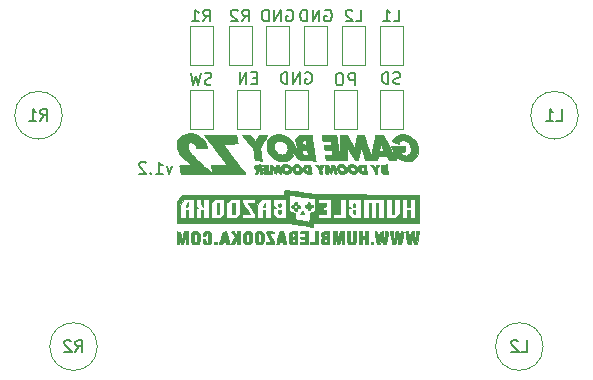
<source format=gbr>
G04 #@! TF.GenerationSoftware,KiCad,Pcbnew,(5.1.9)-1*
G04 #@! TF.CreationDate,2021-10-01T15:11:33-04:00*
G04 #@! TF.ProjectId,GBZ2,47425a32-2e6b-4696-9361-645f70636258,rev?*
G04 #@! TF.SameCoordinates,Original*
G04 #@! TF.FileFunction,Legend,Bot*
G04 #@! TF.FilePolarity,Positive*
%FSLAX46Y46*%
G04 Gerber Fmt 4.6, Leading zero omitted, Abs format (unit mm)*
G04 Created by KiCad (PCBNEW (5.1.9)-1) date 2021-10-01 15:11:33*
%MOMM*%
%LPD*%
G01*
G04 APERTURE LIST*
%ADD10C,0.150000*%
%ADD11C,0.100000*%
%ADD12C,0.120000*%
%ADD13C,0.010000*%
G04 APERTURE END LIST*
D10*
X101476666Y-121252380D02*
X101952857Y-121252380D01*
X101952857Y-120252380D01*
X100619523Y-121252380D02*
X101190952Y-121252380D01*
X100905238Y-121252380D02*
X100905238Y-120252380D01*
X101000476Y-120395238D01*
X101095714Y-120490476D01*
X101190952Y-120538095D01*
X98266666Y-121252380D02*
X98742857Y-121252380D01*
X98742857Y-120252380D01*
X97980952Y-120347619D02*
X97933333Y-120300000D01*
X97838095Y-120252380D01*
X97600000Y-120252380D01*
X97504761Y-120300000D01*
X97457142Y-120347619D01*
X97409523Y-120442857D01*
X97409523Y-120538095D01*
X97457142Y-120680952D01*
X98028571Y-121252380D01*
X97409523Y-121252380D01*
X95671904Y-120310000D02*
X95767142Y-120262380D01*
X95910000Y-120262380D01*
X96052857Y-120310000D01*
X96148095Y-120405238D01*
X96195714Y-120500476D01*
X96243333Y-120690952D01*
X96243333Y-120833809D01*
X96195714Y-121024285D01*
X96148095Y-121119523D01*
X96052857Y-121214761D01*
X95910000Y-121262380D01*
X95814761Y-121262380D01*
X95671904Y-121214761D01*
X95624285Y-121167142D01*
X95624285Y-120833809D01*
X95814761Y-120833809D01*
X95195714Y-121262380D02*
X95195714Y-120262380D01*
X94624285Y-121262380D01*
X94624285Y-120262380D01*
X94148095Y-121262380D02*
X94148095Y-120262380D01*
X93910000Y-120262380D01*
X93767142Y-120310000D01*
X93671904Y-120405238D01*
X93624285Y-120500476D01*
X93576666Y-120690952D01*
X93576666Y-120833809D01*
X93624285Y-121024285D01*
X93671904Y-121119523D01*
X93767142Y-121214761D01*
X93910000Y-121262380D01*
X94148095Y-121262380D01*
X92411904Y-120310000D02*
X92507142Y-120262380D01*
X92650000Y-120262380D01*
X92792857Y-120310000D01*
X92888095Y-120405238D01*
X92935714Y-120500476D01*
X92983333Y-120690952D01*
X92983333Y-120833809D01*
X92935714Y-121024285D01*
X92888095Y-121119523D01*
X92792857Y-121214761D01*
X92650000Y-121262380D01*
X92554761Y-121262380D01*
X92411904Y-121214761D01*
X92364285Y-121167142D01*
X92364285Y-120833809D01*
X92554761Y-120833809D01*
X91935714Y-121262380D02*
X91935714Y-120262380D01*
X91364285Y-121262380D01*
X91364285Y-120262380D01*
X90888095Y-121262380D02*
X90888095Y-120262380D01*
X90650000Y-120262380D01*
X90507142Y-120310000D01*
X90411904Y-120405238D01*
X90364285Y-120500476D01*
X90316666Y-120690952D01*
X90316666Y-120833809D01*
X90364285Y-121024285D01*
X90411904Y-121119523D01*
X90507142Y-121214761D01*
X90650000Y-121262380D01*
X90888095Y-121262380D01*
X88646666Y-121252380D02*
X88980000Y-120776190D01*
X89218095Y-121252380D02*
X89218095Y-120252380D01*
X88837142Y-120252380D01*
X88741904Y-120300000D01*
X88694285Y-120347619D01*
X88646666Y-120442857D01*
X88646666Y-120585714D01*
X88694285Y-120680952D01*
X88741904Y-120728571D01*
X88837142Y-120776190D01*
X89218095Y-120776190D01*
X88265714Y-120347619D02*
X88218095Y-120300000D01*
X88122857Y-120252380D01*
X87884761Y-120252380D01*
X87789523Y-120300000D01*
X87741904Y-120347619D01*
X87694285Y-120442857D01*
X87694285Y-120538095D01*
X87741904Y-120680952D01*
X88313333Y-121252380D01*
X87694285Y-121252380D01*
X85356666Y-121252380D02*
X85690000Y-120776190D01*
X85928095Y-121252380D02*
X85928095Y-120252380D01*
X85547142Y-120252380D01*
X85451904Y-120300000D01*
X85404285Y-120347619D01*
X85356666Y-120442857D01*
X85356666Y-120585714D01*
X85404285Y-120680952D01*
X85451904Y-120728571D01*
X85547142Y-120776190D01*
X85928095Y-120776190D01*
X84404285Y-121252380D02*
X84975714Y-121252380D01*
X84690000Y-121252380D02*
X84690000Y-120252380D01*
X84785238Y-120395238D01*
X84880476Y-120490476D01*
X84975714Y-120538095D01*
X82728571Y-133485714D02*
X82490476Y-134152380D01*
X82252380Y-133485714D01*
X81347619Y-134152380D02*
X81919047Y-134152380D01*
X81633333Y-134152380D02*
X81633333Y-133152380D01*
X81728571Y-133295238D01*
X81823809Y-133390476D01*
X81919047Y-133438095D01*
X80919047Y-134057142D02*
X80871428Y-134104761D01*
X80919047Y-134152380D01*
X80966666Y-134104761D01*
X80919047Y-134057142D01*
X80919047Y-134152380D01*
X80490476Y-133247619D02*
X80442857Y-133200000D01*
X80347619Y-133152380D01*
X80109523Y-133152380D01*
X80014285Y-133200000D01*
X79966666Y-133247619D01*
X79919047Y-133342857D01*
X79919047Y-133438095D01*
X79966666Y-133580952D01*
X80538095Y-134152380D01*
X79919047Y-134152380D01*
D11*
X114140564Y-148784891D02*
G75*
G03*
X114140564Y-148784891I-2015564J0D01*
G01*
X76390729Y-148784891D02*
G75*
G03*
X76390729Y-148784891I-2015564J0D01*
G01*
X73430564Y-129200000D02*
G75*
G03*
X73430564Y-129200000I-2015564J0D01*
G01*
D12*
X86150000Y-127049000D02*
X84250000Y-127049000D01*
X84250000Y-127049000D02*
X84250000Y-130351000D01*
X84250000Y-130351000D02*
X86150000Y-130351000D01*
X86150000Y-130351000D02*
X86150000Y-127049000D01*
X100350000Y-130351000D02*
X102250000Y-130351000D01*
X102250000Y-130351000D02*
X102250000Y-127049000D01*
X102250000Y-127049000D02*
X100350000Y-127049000D01*
X100350000Y-127049000D02*
X100350000Y-130351000D01*
X96450000Y-130351000D02*
X98350000Y-130351000D01*
X98350000Y-130351000D02*
X98350000Y-127049000D01*
X98350000Y-127049000D02*
X96450000Y-127049000D01*
X96450000Y-127049000D02*
X96450000Y-130351000D01*
X84250000Y-124951000D02*
X86150000Y-124951000D01*
X86150000Y-124951000D02*
X86150000Y-121649000D01*
X86150000Y-121649000D02*
X84250000Y-121649000D01*
X84250000Y-121649000D02*
X84250000Y-124951000D01*
X87550000Y-124951000D02*
X89450000Y-124951000D01*
X89450000Y-124951000D02*
X89450000Y-121649000D01*
X89450000Y-121649000D02*
X87550000Y-121649000D01*
X87550000Y-121649000D02*
X87550000Y-124951000D01*
X97130000Y-124951000D02*
X99030000Y-124951000D01*
X99030000Y-124951000D02*
X99030000Y-121649000D01*
X99030000Y-121649000D02*
X97130000Y-121649000D01*
X97130000Y-121649000D02*
X97130000Y-124951000D01*
X100350000Y-124951000D02*
X102250000Y-124951000D01*
X102250000Y-124951000D02*
X102250000Y-121649000D01*
X102250000Y-121649000D02*
X100350000Y-121649000D01*
X100350000Y-121649000D02*
X100350000Y-124951000D01*
X93910000Y-124951000D02*
X95810000Y-124951000D01*
X95810000Y-124951000D02*
X95810000Y-121649000D01*
X95810000Y-121649000D02*
X93910000Y-121649000D01*
X93910000Y-121649000D02*
X93910000Y-124951000D01*
X90690000Y-124951000D02*
X92590000Y-124951000D01*
X92590000Y-124951000D02*
X92590000Y-121649000D01*
X92590000Y-121649000D02*
X90690000Y-121649000D01*
X90690000Y-121649000D02*
X90690000Y-124951000D01*
X92290000Y-130351000D02*
X94190000Y-130351000D01*
X94190000Y-130351000D02*
X94190000Y-127049000D01*
X94190000Y-127049000D02*
X92290000Y-127049000D01*
X92290000Y-127049000D02*
X92290000Y-130351000D01*
X88260000Y-130351000D02*
X90160000Y-130351000D01*
X90160000Y-130351000D02*
X90160000Y-127049000D01*
X90160000Y-127049000D02*
X88260000Y-127049000D01*
X88260000Y-127049000D02*
X88260000Y-130351000D01*
D13*
G36*
X83977973Y-136738649D02*
G01*
X83922087Y-136846995D01*
X83900096Y-136908698D01*
X83912003Y-136936808D01*
X83957806Y-136944378D01*
X83977973Y-136944595D01*
X84027924Y-136939482D01*
X84053201Y-136912696D01*
X84061833Y-136847068D01*
X84062233Y-136764392D01*
X84060682Y-136584189D01*
X83977973Y-136738649D01*
G37*
X83977973Y-136738649D02*
X83922087Y-136846995D01*
X83900096Y-136908698D01*
X83912003Y-136936808D01*
X83957806Y-136944378D01*
X83977973Y-136944595D01*
X84027924Y-136939482D01*
X84053201Y-136912696D01*
X84061833Y-136847068D01*
X84062233Y-136764392D01*
X84060682Y-136584189D01*
X83977973Y-136738649D01*
G36*
X86500811Y-137528108D02*
G01*
X86706757Y-137528108D01*
X86706757Y-136670000D01*
X86500811Y-136670000D01*
X86500811Y-137528108D01*
G37*
X86500811Y-137528108D02*
X86706757Y-137528108D01*
X86706757Y-136670000D01*
X86500811Y-136670000D01*
X86500811Y-137528108D01*
G36*
X87805135Y-137528108D02*
G01*
X88011081Y-137528108D01*
X88011081Y-136670000D01*
X87805135Y-136670000D01*
X87805135Y-137528108D01*
G37*
X87805135Y-137528108D02*
X88011081Y-137528108D01*
X88011081Y-136670000D01*
X87805135Y-136670000D01*
X87805135Y-137528108D01*
G36*
X90579934Y-136629309D02*
G01*
X90537334Y-136701490D01*
X90499595Y-136772973D01*
X90412628Y-136944595D01*
X90516179Y-136944595D01*
X90577477Y-136940891D01*
X90608043Y-136917974D01*
X90618565Y-136858134D01*
X90619730Y-136772973D01*
X90616745Y-136675041D01*
X90609113Y-136612905D01*
X90603146Y-136601351D01*
X90579934Y-136629309D01*
G37*
X90579934Y-136629309D02*
X90537334Y-136701490D01*
X90499595Y-136772973D01*
X90412628Y-136944595D01*
X90516179Y-136944595D01*
X90577477Y-136940891D01*
X90608043Y-136917974D01*
X90618565Y-136858134D01*
X90619730Y-136772973D01*
X90616745Y-136675041D01*
X90609113Y-136612905D01*
X90603146Y-136601351D01*
X90579934Y-136629309D01*
G36*
X91755054Y-136675422D02*
G01*
X91725702Y-136704802D01*
X91718271Y-136777815D01*
X91718108Y-136807297D01*
X91722175Y-136895333D01*
X91744210Y-136934469D01*
X91798970Y-136944378D01*
X91821081Y-136944595D01*
X91887108Y-136939173D01*
X91916460Y-136909792D01*
X91923892Y-136836779D01*
X91924054Y-136807297D01*
X91919988Y-136719261D01*
X91897952Y-136680125D01*
X91843193Y-136670217D01*
X91821081Y-136670000D01*
X91755054Y-136675422D01*
G37*
X91755054Y-136675422D02*
X91725702Y-136704802D01*
X91718271Y-136777815D01*
X91718108Y-136807297D01*
X91722175Y-136895333D01*
X91744210Y-136934469D01*
X91798970Y-136944378D01*
X91821081Y-136944595D01*
X91887108Y-136939173D01*
X91916460Y-136909792D01*
X91923892Y-136836779D01*
X91924054Y-136807297D01*
X91919988Y-136719261D01*
X91897952Y-136680125D01*
X91843193Y-136670217D01*
X91821081Y-136670000D01*
X91755054Y-136675422D01*
G36*
X91757762Y-137223667D02*
G01*
X91727771Y-137249519D01*
X91718690Y-137315377D01*
X91718108Y-137373649D01*
X91721093Y-137468628D01*
X91738328Y-137513613D01*
X91782234Y-137527235D01*
X91821081Y-137528108D01*
X91884401Y-137523631D01*
X91914391Y-137497778D01*
X91923472Y-137431920D01*
X91924054Y-137373649D01*
X91921069Y-137278669D01*
X91903834Y-137233684D01*
X91859929Y-137220062D01*
X91821081Y-137219189D01*
X91757762Y-137223667D01*
G37*
X91757762Y-137223667D02*
X91727771Y-137249519D01*
X91718690Y-137315377D01*
X91718108Y-137373649D01*
X91721093Y-137468628D01*
X91738328Y-137513613D01*
X91782234Y-137527235D01*
X91821081Y-137528108D01*
X91884401Y-137523631D01*
X91914391Y-137497778D01*
X91923472Y-137431920D01*
X91924054Y-137373649D01*
X91921069Y-137278669D01*
X91903834Y-137233684D01*
X91859929Y-137220062D01*
X91821081Y-137219189D01*
X91757762Y-137223667D01*
G36*
X98070730Y-136675422D02*
G01*
X98041378Y-136704802D01*
X98033946Y-136777815D01*
X98033784Y-136807297D01*
X98037850Y-136895333D01*
X98059886Y-136934469D01*
X98114646Y-136944378D01*
X98136757Y-136944595D01*
X98202784Y-136939173D01*
X98232136Y-136909792D01*
X98239567Y-136836779D01*
X98239730Y-136807297D01*
X98235664Y-136719261D01*
X98213628Y-136680125D01*
X98158868Y-136670217D01*
X98136757Y-136670000D01*
X98070730Y-136675422D01*
G37*
X98070730Y-136675422D02*
X98041378Y-136704802D01*
X98033946Y-136777815D01*
X98033784Y-136807297D01*
X98037850Y-136895333D01*
X98059886Y-136934469D01*
X98114646Y-136944378D01*
X98136757Y-136944595D01*
X98202784Y-136939173D01*
X98232136Y-136909792D01*
X98239567Y-136836779D01*
X98239730Y-136807297D01*
X98235664Y-136719261D01*
X98213628Y-136680125D01*
X98158868Y-136670217D01*
X98136757Y-136670000D01*
X98070730Y-136675422D01*
G36*
X98073437Y-137223667D02*
G01*
X98043447Y-137249519D01*
X98034366Y-137315377D01*
X98033784Y-137373649D01*
X98036769Y-137468628D01*
X98054004Y-137513613D01*
X98097909Y-137527235D01*
X98136757Y-137528108D01*
X98200077Y-137523631D01*
X98230067Y-137497778D01*
X98239148Y-137431920D01*
X98239730Y-137373649D01*
X98236745Y-137278669D01*
X98219510Y-137233684D01*
X98175605Y-137220062D01*
X98136757Y-137219189D01*
X98073437Y-137223667D01*
G37*
X98073437Y-137223667D02*
X98043447Y-137249519D01*
X98034366Y-137315377D01*
X98033784Y-137373649D01*
X98036769Y-137468628D01*
X98054004Y-137513613D01*
X98097909Y-137527235D01*
X98136757Y-137528108D01*
X98200077Y-137523631D01*
X98230067Y-137497778D01*
X98239148Y-137431920D01*
X98239730Y-137373649D01*
X98236745Y-137278669D01*
X98219510Y-137233684D01*
X98175605Y-137220062D01*
X98136757Y-137219189D01*
X98073437Y-137223667D01*
G36*
X93141551Y-136561245D02*
G01*
X93076539Y-136619387D01*
X93061817Y-136694720D01*
X93092444Y-136764091D01*
X93163481Y-136804346D01*
X93194054Y-136807297D01*
X93266126Y-136784397D01*
X93290162Y-136766108D01*
X93332169Y-136688388D01*
X93320301Y-136613971D01*
X93267712Y-136560992D01*
X93187557Y-136547581D01*
X93141551Y-136561245D01*
G37*
X93141551Y-136561245D02*
X93076539Y-136619387D01*
X93061817Y-136694720D01*
X93092444Y-136764091D01*
X93163481Y-136804346D01*
X93194054Y-136807297D01*
X93266126Y-136784397D01*
X93290162Y-136766108D01*
X93332169Y-136688388D01*
X93320301Y-136613971D01*
X93267712Y-136560992D01*
X93187557Y-136547581D01*
X93141551Y-136561245D01*
G36*
X92882649Y-136808628D02*
G01*
X92825103Y-136866146D01*
X92824229Y-136952836D01*
X92837321Y-136993274D01*
X92885189Y-137037104D01*
X92961418Y-137047981D01*
X93034851Y-137027167D01*
X93072384Y-136983754D01*
X93077644Y-136885341D01*
X93035013Y-136815515D01*
X92959726Y-136788341D01*
X92882649Y-136808628D01*
G37*
X92882649Y-136808628D02*
X92825103Y-136866146D01*
X92824229Y-136952836D01*
X92837321Y-136993274D01*
X92885189Y-137037104D01*
X92961418Y-137047981D01*
X93034851Y-137027167D01*
X93072384Y-136983754D01*
X93077644Y-136885341D01*
X93035013Y-136815515D01*
X92959726Y-136788341D01*
X92882649Y-136808628D01*
G36*
X93386631Y-136793429D02*
G01*
X93328173Y-136847222D01*
X93308409Y-136928222D01*
X93332719Y-136997728D01*
X93396460Y-137035873D01*
X93479879Y-137047413D01*
X93545472Y-137027669D01*
X93548739Y-137024685D01*
X93578050Y-136955858D01*
X93559035Y-136879574D01*
X93506065Y-136816335D01*
X93433511Y-136786643D01*
X93386631Y-136793429D01*
G37*
X93386631Y-136793429D02*
X93328173Y-136847222D01*
X93308409Y-136928222D01*
X93332719Y-136997728D01*
X93396460Y-137035873D01*
X93479879Y-137047413D01*
X93545472Y-137027669D01*
X93548739Y-137024685D01*
X93578050Y-136955858D01*
X93559035Y-136879574D01*
X93506065Y-136816335D01*
X93433511Y-136786643D01*
X93386631Y-136793429D01*
G36*
X94219497Y-136575532D02*
G01*
X94192614Y-136615651D01*
X94189460Y-136670000D01*
X94182763Y-136739184D01*
X94148794Y-136767560D01*
X94069325Y-136772973D01*
X93988806Y-136778286D01*
X93955785Y-136808265D01*
X93949204Y-136883964D01*
X93949189Y-136893108D01*
X93954503Y-136973626D01*
X93984481Y-137006648D01*
X94060180Y-137013228D01*
X94069325Y-137013243D01*
X94149843Y-137018557D01*
X94182864Y-137048535D01*
X94189445Y-137124234D01*
X94189460Y-137133378D01*
X94195200Y-137214092D01*
X94224316Y-137247198D01*
X94292433Y-137253513D01*
X94361616Y-137246816D01*
X94389992Y-137212847D01*
X94395406Y-137133378D01*
X94400719Y-137052860D01*
X94430697Y-137019839D01*
X94506397Y-137013258D01*
X94515541Y-137013243D01*
X94596059Y-137007930D01*
X94629080Y-136977952D01*
X94635661Y-136902252D01*
X94635676Y-136893108D01*
X94630362Y-136812590D01*
X94600384Y-136779568D01*
X94524685Y-136772988D01*
X94515541Y-136772973D01*
X94434827Y-136767233D01*
X94401721Y-136738116D01*
X94395406Y-136670000D01*
X94386900Y-136597064D01*
X94346781Y-136570182D01*
X94292433Y-136567027D01*
X94219497Y-136575532D01*
G37*
X94219497Y-136575532D02*
X94192614Y-136615651D01*
X94189460Y-136670000D01*
X94182763Y-136739184D01*
X94148794Y-136767560D01*
X94069325Y-136772973D01*
X93988806Y-136778286D01*
X93955785Y-136808265D01*
X93949204Y-136883964D01*
X93949189Y-136893108D01*
X93954503Y-136973626D01*
X93984481Y-137006648D01*
X94060180Y-137013228D01*
X94069325Y-137013243D01*
X94149843Y-137018557D01*
X94182864Y-137048535D01*
X94189445Y-137124234D01*
X94189460Y-137133378D01*
X94195200Y-137214092D01*
X94224316Y-137247198D01*
X94292433Y-137253513D01*
X94361616Y-137246816D01*
X94389992Y-137212847D01*
X94395406Y-137133378D01*
X94400719Y-137052860D01*
X94430697Y-137019839D01*
X94506397Y-137013258D01*
X94515541Y-137013243D01*
X94596059Y-137007930D01*
X94629080Y-136977952D01*
X94635661Y-136902252D01*
X94635676Y-136893108D01*
X94630362Y-136812590D01*
X94600384Y-136779568D01*
X94524685Y-136772988D01*
X94515541Y-136772973D01*
X94434827Y-136767233D01*
X94401721Y-136738116D01*
X94395406Y-136670000D01*
X94386900Y-136597064D01*
X94346781Y-136570182D01*
X94292433Y-136567027D01*
X94219497Y-136575532D01*
G36*
X93136901Y-137063378D02*
G01*
X93076886Y-137113884D01*
X93064927Y-137187940D01*
X93110695Y-137268224D01*
X93170970Y-137315014D01*
X93226053Y-137309716D01*
X93276564Y-137277334D01*
X93323644Y-137210397D01*
X93323583Y-137133034D01*
X93281309Y-137071830D01*
X93235070Y-137053514D01*
X93136901Y-137063378D01*
G37*
X93136901Y-137063378D02*
X93076886Y-137113884D01*
X93064927Y-137187940D01*
X93110695Y-137268224D01*
X93170970Y-137315014D01*
X93226053Y-137309716D01*
X93276564Y-137277334D01*
X93323644Y-137210397D01*
X93323583Y-137133034D01*
X93281309Y-137071830D01*
X93235070Y-137053514D01*
X93136901Y-137063378D01*
G36*
X93670294Y-137412094D02*
G01*
X93607545Y-137478621D01*
X93573594Y-137527093D01*
X93571622Y-137534530D01*
X93602502Y-137550449D01*
X93681455Y-137560551D01*
X93743243Y-137562432D01*
X93841154Y-137557090D01*
X93903293Y-137543430D01*
X93914865Y-137532737D01*
X93895412Y-137487870D01*
X93847971Y-137418102D01*
X93841915Y-137410301D01*
X93768965Y-137317560D01*
X93670294Y-137412094D01*
G37*
X93670294Y-137412094D02*
X93607545Y-137478621D01*
X93573594Y-137527093D01*
X93571622Y-137534530D01*
X93602502Y-137550449D01*
X93681455Y-137560551D01*
X93743243Y-137562432D01*
X93841154Y-137557090D01*
X93903293Y-137543430D01*
X93914865Y-137532737D01*
X93895412Y-137487870D01*
X93847971Y-137418102D01*
X93841915Y-137410301D01*
X93768965Y-137317560D01*
X93670294Y-137412094D01*
G36*
X88821783Y-130870703D02*
G01*
X88709530Y-130874778D01*
X88641944Y-130880716D01*
X88628919Y-130885102D01*
X88650448Y-130914530D01*
X88710642Y-130987794D01*
X88802912Y-131097110D01*
X88920668Y-131234692D01*
X89057321Y-131392758D01*
X89107145Y-131450046D01*
X89267980Y-131635707D01*
X89389021Y-131778806D01*
X89476292Y-131887899D01*
X89535818Y-131971544D01*
X89573623Y-132038299D01*
X89595731Y-132096722D01*
X89608166Y-132155371D01*
X89609396Y-132163525D01*
X89625725Y-132270815D01*
X89649406Y-132420888D01*
X89676482Y-132588815D01*
X89689979Y-132671216D01*
X89746539Y-133014459D01*
X90033404Y-133024505D01*
X90320268Y-133034551D01*
X90298900Y-132904370D01*
X90285224Y-132817380D01*
X90264690Y-132682340D01*
X90240298Y-132519135D01*
X90219702Y-132379459D01*
X90161873Y-131984730D01*
X90459450Y-131446864D01*
X90555024Y-131273055D01*
X90637860Y-131120391D01*
X90702649Y-130998816D01*
X90744086Y-130918279D01*
X90757027Y-130889093D01*
X90725159Y-130880660D01*
X90639363Y-130874042D01*
X90514355Y-130870106D01*
X90422365Y-130869392D01*
X90087703Y-130869595D01*
X89781873Y-131444677D01*
X89540474Y-131156933D01*
X89299076Y-130869189D01*
X88963997Y-130869189D01*
X88821783Y-130870703D01*
G37*
X88821783Y-130870703D02*
X88709530Y-130874778D01*
X88641944Y-130880716D01*
X88628919Y-130885102D01*
X88650448Y-130914530D01*
X88710642Y-130987794D01*
X88802912Y-131097110D01*
X88920668Y-131234692D01*
X89057321Y-131392758D01*
X89107145Y-131450046D01*
X89267980Y-131635707D01*
X89389021Y-131778806D01*
X89476292Y-131887899D01*
X89535818Y-131971544D01*
X89573623Y-132038299D01*
X89595731Y-132096722D01*
X89608166Y-132155371D01*
X89609396Y-132163525D01*
X89625725Y-132270815D01*
X89649406Y-132420888D01*
X89676482Y-132588815D01*
X89689979Y-132671216D01*
X89746539Y-133014459D01*
X90033404Y-133024505D01*
X90320268Y-133034551D01*
X90298900Y-132904370D01*
X90285224Y-132817380D01*
X90264690Y-132682340D01*
X90240298Y-132519135D01*
X90219702Y-132379459D01*
X90161873Y-131984730D01*
X90459450Y-131446864D01*
X90555024Y-131273055D01*
X90637860Y-131120391D01*
X90702649Y-130998816D01*
X90744086Y-130918279D01*
X90757027Y-130889093D01*
X90725159Y-130880660D01*
X90639363Y-130874042D01*
X90514355Y-130870106D01*
X90422365Y-130869392D01*
X90087703Y-130869595D01*
X89781873Y-131444677D01*
X89540474Y-131156933D01*
X89299076Y-130869189D01*
X88963997Y-130869189D01*
X88821783Y-130870703D01*
G36*
X96961654Y-131906120D02*
G01*
X96952568Y-132945811D01*
X96803282Y-131984730D01*
X96763910Y-131732468D01*
X96727187Y-131499478D01*
X96694634Y-131295230D01*
X96667774Y-131129197D01*
X96648126Y-131010849D01*
X96637213Y-130949658D01*
X96636521Y-130946419D01*
X96628462Y-130918982D01*
X96612152Y-130898960D01*
X96577981Y-130885185D01*
X96516342Y-130876490D01*
X96417626Y-130871705D01*
X96272223Y-130869663D01*
X96070527Y-130869197D01*
X96001207Y-130869189D01*
X95383369Y-130869189D01*
X95401789Y-130946419D01*
X95417899Y-131027370D01*
X95436748Y-131140135D01*
X95443732Y-131186689D01*
X95467254Y-131349730D01*
X95787412Y-131349730D01*
X95928334Y-131352314D01*
X96041128Y-131359247D01*
X96109783Y-131369300D01*
X96122799Y-131375473D01*
X96137424Y-131422854D01*
X96155820Y-131510747D01*
X96162166Y-131547095D01*
X96186305Y-131692973D01*
X95874369Y-131692973D01*
X95737601Y-131695309D01*
X95631328Y-131701571D01*
X95570789Y-131710638D01*
X95562433Y-131715905D01*
X95567922Y-131759284D01*
X95582244Y-131849811D01*
X95600281Y-131956175D01*
X95638128Y-132173513D01*
X95941211Y-132173513D01*
X96089255Y-132173896D01*
X96183292Y-132181811D01*
X96237914Y-132207409D01*
X96267713Y-132260839D01*
X96287281Y-132352251D01*
X96298964Y-132422365D01*
X96320678Y-132551081D01*
X95659372Y-132551081D01*
X95681388Y-132696959D01*
X95700005Y-132814253D01*
X95718171Y-132919628D01*
X95721457Y-132937230D01*
X95739509Y-133031622D01*
X97537757Y-133031622D01*
X97514419Y-131847432D01*
X97812361Y-132362297D01*
X97937132Y-132578142D01*
X98032405Y-132741998D01*
X98103585Y-132860988D01*
X98156078Y-132942236D01*
X98195290Y-132992866D01*
X98226627Y-133020001D01*
X98255494Y-133030765D01*
X98287296Y-133032282D01*
X98320261Y-133031622D01*
X98433534Y-133031622D01*
X98564248Y-132473851D01*
X98609014Y-132286802D01*
X98649887Y-132123397D01*
X98683812Y-131995274D01*
X98707739Y-131914070D01*
X98717060Y-131891191D01*
X98733495Y-131914070D01*
X98765472Y-131992917D01*
X98809455Y-132117757D01*
X98861906Y-132278612D01*
X98911762Y-132440380D01*
X99084367Y-133014459D01*
X99584817Y-133023935D01*
X100085268Y-133033411D01*
X100108248Y-132903800D01*
X100127399Y-132795952D01*
X100147890Y-132724590D01*
X100182671Y-132682214D01*
X100244694Y-132661326D01*
X100346910Y-132654426D01*
X100502272Y-132654017D01*
X100539594Y-132654054D01*
X100912670Y-132654054D01*
X101009241Y-132834257D01*
X101105811Y-133014459D01*
X101406149Y-133024377D01*
X101540043Y-133026401D01*
X101643194Y-133023396D01*
X101700097Y-133016025D01*
X101706487Y-133011578D01*
X101690696Y-132977144D01*
X101645799Y-132889419D01*
X101575510Y-132755404D01*
X101483545Y-132582105D01*
X101373616Y-132376523D01*
X101282882Y-132207838D01*
X100676257Y-132207838D01*
X100470561Y-132207838D01*
X100352086Y-132204135D01*
X100288344Y-132190667D01*
X100265702Y-132163889D01*
X100264865Y-132154382D01*
X100270689Y-132078355D01*
X100285709Y-131971540D01*
X100306252Y-131853347D01*
X100328643Y-131743185D01*
X100349207Y-131660463D01*
X100364269Y-131624591D01*
X100365219Y-131624324D01*
X100388787Y-131653026D01*
X100434341Y-131730132D01*
X100494184Y-131842147D01*
X100531560Y-131916081D01*
X100676257Y-132207838D01*
X101282882Y-132207838D01*
X101249438Y-132145662D01*
X101132338Y-131929026D01*
X100558190Y-130869189D01*
X100259094Y-130869189D01*
X100123048Y-130871950D01*
X100015465Y-130879326D01*
X99953011Y-130889951D01*
X99944320Y-130894932D01*
X99933061Y-130934242D01*
X99909579Y-131031386D01*
X99875991Y-131177068D01*
X99834418Y-131361987D01*
X99786977Y-131576847D01*
X99744929Y-131770024D01*
X99694344Y-132000890D01*
X99647743Y-132207887D01*
X99607242Y-132382076D01*
X99574954Y-132514520D01*
X99552992Y-132596282D01*
X99544054Y-132619257D01*
X99529359Y-132587947D01*
X99496627Y-132499716D01*
X99448770Y-132363016D01*
X99388697Y-132186301D01*
X99319319Y-131978026D01*
X99243546Y-131746641D01*
X99242299Y-131742801D01*
X98957705Y-130866459D01*
X98394189Y-130886351D01*
X98271569Y-131433545D01*
X98220424Y-131653122D01*
X98179724Y-131808008D01*
X98148535Y-131901211D01*
X98125925Y-131935737D01*
X98117109Y-131931289D01*
X98090269Y-131885720D01*
X98036426Y-131791353D01*
X97961919Y-131659401D01*
X97873086Y-131501076D01*
X97807745Y-131384096D01*
X97530220Y-130886351D01*
X97250480Y-130876390D01*
X96970741Y-130866429D01*
X96961654Y-131906120D01*
G37*
X96961654Y-131906120D02*
X96952568Y-132945811D01*
X96803282Y-131984730D01*
X96763910Y-131732468D01*
X96727187Y-131499478D01*
X96694634Y-131295230D01*
X96667774Y-131129197D01*
X96648126Y-131010849D01*
X96637213Y-130949658D01*
X96636521Y-130946419D01*
X96628462Y-130918982D01*
X96612152Y-130898960D01*
X96577981Y-130885185D01*
X96516342Y-130876490D01*
X96417626Y-130871705D01*
X96272223Y-130869663D01*
X96070527Y-130869197D01*
X96001207Y-130869189D01*
X95383369Y-130869189D01*
X95401789Y-130946419D01*
X95417899Y-131027370D01*
X95436748Y-131140135D01*
X95443732Y-131186689D01*
X95467254Y-131349730D01*
X95787412Y-131349730D01*
X95928334Y-131352314D01*
X96041128Y-131359247D01*
X96109783Y-131369300D01*
X96122799Y-131375473D01*
X96137424Y-131422854D01*
X96155820Y-131510747D01*
X96162166Y-131547095D01*
X96186305Y-131692973D01*
X95874369Y-131692973D01*
X95737601Y-131695309D01*
X95631328Y-131701571D01*
X95570789Y-131710638D01*
X95562433Y-131715905D01*
X95567922Y-131759284D01*
X95582244Y-131849811D01*
X95600281Y-131956175D01*
X95638128Y-132173513D01*
X95941211Y-132173513D01*
X96089255Y-132173896D01*
X96183292Y-132181811D01*
X96237914Y-132207409D01*
X96267713Y-132260839D01*
X96287281Y-132352251D01*
X96298964Y-132422365D01*
X96320678Y-132551081D01*
X95659372Y-132551081D01*
X95681388Y-132696959D01*
X95700005Y-132814253D01*
X95718171Y-132919628D01*
X95721457Y-132937230D01*
X95739509Y-133031622D01*
X97537757Y-133031622D01*
X97514419Y-131847432D01*
X97812361Y-132362297D01*
X97937132Y-132578142D01*
X98032405Y-132741998D01*
X98103585Y-132860988D01*
X98156078Y-132942236D01*
X98195290Y-132992866D01*
X98226627Y-133020001D01*
X98255494Y-133030765D01*
X98287296Y-133032282D01*
X98320261Y-133031622D01*
X98433534Y-133031622D01*
X98564248Y-132473851D01*
X98609014Y-132286802D01*
X98649887Y-132123397D01*
X98683812Y-131995274D01*
X98707739Y-131914070D01*
X98717060Y-131891191D01*
X98733495Y-131914070D01*
X98765472Y-131992917D01*
X98809455Y-132117757D01*
X98861906Y-132278612D01*
X98911762Y-132440380D01*
X99084367Y-133014459D01*
X99584817Y-133023935D01*
X100085268Y-133033411D01*
X100108248Y-132903800D01*
X100127399Y-132795952D01*
X100147890Y-132724590D01*
X100182671Y-132682214D01*
X100244694Y-132661326D01*
X100346910Y-132654426D01*
X100502272Y-132654017D01*
X100539594Y-132654054D01*
X100912670Y-132654054D01*
X101009241Y-132834257D01*
X101105811Y-133014459D01*
X101406149Y-133024377D01*
X101540043Y-133026401D01*
X101643194Y-133023396D01*
X101700097Y-133016025D01*
X101706487Y-133011578D01*
X101690696Y-132977144D01*
X101645799Y-132889419D01*
X101575510Y-132755404D01*
X101483545Y-132582105D01*
X101373616Y-132376523D01*
X101282882Y-132207838D01*
X100676257Y-132207838D01*
X100470561Y-132207838D01*
X100352086Y-132204135D01*
X100288344Y-132190667D01*
X100265702Y-132163889D01*
X100264865Y-132154382D01*
X100270689Y-132078355D01*
X100285709Y-131971540D01*
X100306252Y-131853347D01*
X100328643Y-131743185D01*
X100349207Y-131660463D01*
X100364269Y-131624591D01*
X100365219Y-131624324D01*
X100388787Y-131653026D01*
X100434341Y-131730132D01*
X100494184Y-131842147D01*
X100531560Y-131916081D01*
X100676257Y-132207838D01*
X101282882Y-132207838D01*
X101249438Y-132145662D01*
X101132338Y-131929026D01*
X100558190Y-130869189D01*
X100259094Y-130869189D01*
X100123048Y-130871950D01*
X100015465Y-130879326D01*
X99953011Y-130889951D01*
X99944320Y-130894932D01*
X99933061Y-130934242D01*
X99909579Y-131031386D01*
X99875991Y-131177068D01*
X99834418Y-131361987D01*
X99786977Y-131576847D01*
X99744929Y-131770024D01*
X99694344Y-132000890D01*
X99647743Y-132207887D01*
X99607242Y-132382076D01*
X99574954Y-132514520D01*
X99552992Y-132596282D01*
X99544054Y-132619257D01*
X99529359Y-132587947D01*
X99496627Y-132499716D01*
X99448770Y-132363016D01*
X99388697Y-132186301D01*
X99319319Y-131978026D01*
X99243546Y-131746641D01*
X99242299Y-131742801D01*
X98957705Y-130866459D01*
X98394189Y-130886351D01*
X98271569Y-131433545D01*
X98220424Y-131653122D01*
X98179724Y-131808008D01*
X98148535Y-131901211D01*
X98125925Y-131935737D01*
X98117109Y-131931289D01*
X98090269Y-131885720D01*
X98036426Y-131791353D01*
X97961919Y-131659401D01*
X97873086Y-131501076D01*
X97807745Y-131384096D01*
X97530220Y-130886351D01*
X97250480Y-130876390D01*
X96970741Y-130866429D01*
X96961654Y-131906120D01*
G36*
X91574458Y-130818795D02*
G01*
X91334357Y-130875498D01*
X91119165Y-130982225D01*
X90938392Y-131138251D01*
X90861010Y-131238838D01*
X90786644Y-131368877D01*
X90742718Y-131498388D01*
X90724529Y-131649314D01*
X90727373Y-131843599D01*
X90728189Y-131858510D01*
X90776078Y-132130295D01*
X90882395Y-132380526D01*
X91038662Y-132603022D01*
X91236401Y-132791602D01*
X91467135Y-132940084D01*
X91722385Y-133042289D01*
X91993675Y-133092034D01*
X92272527Y-133083139D01*
X92379967Y-133062803D01*
X92623363Y-132973630D01*
X92822229Y-132832837D01*
X92973405Y-132643586D01*
X93073729Y-132409040D01*
X93088059Y-132354249D01*
X93118510Y-132225000D01*
X93121958Y-132355084D01*
X93153303Y-132516338D01*
X93229590Y-132680002D01*
X93336089Y-132814547D01*
X93337061Y-132815456D01*
X93417066Y-132881662D01*
X93503585Y-132931782D01*
X93607829Y-132968290D01*
X93741008Y-132993663D01*
X93914331Y-133010377D01*
X94139008Y-133020907D01*
X94285365Y-133024887D01*
X94878973Y-133038471D01*
X94860083Y-132957816D01*
X94850813Y-132907590D01*
X94832903Y-132801414D01*
X94807986Y-132649603D01*
X94799035Y-132594302D01*
X94228564Y-132594302D01*
X94037922Y-132578493D01*
X93893781Y-132554175D01*
X93792895Y-132511634D01*
X93778100Y-132500076D01*
X93721241Y-132405973D01*
X93708919Y-132321804D01*
X93729381Y-132229812D01*
X93795609Y-132171858D01*
X93914870Y-132143639D01*
X94017345Y-132139189D01*
X94080650Y-132139694D01*
X94122208Y-132149593D01*
X94149416Y-132181465D01*
X94169673Y-132247889D01*
X94190376Y-132361440D01*
X94206698Y-132461138D01*
X94228564Y-132594302D01*
X94799035Y-132594302D01*
X94777696Y-132462467D01*
X94743665Y-132250320D01*
X94707526Y-132023475D01*
X94670912Y-131792244D01*
X94661371Y-131731609D01*
X94092888Y-131731609D01*
X93960971Y-131708943D01*
X93858041Y-131676310D01*
X93777259Y-131625736D01*
X93768987Y-131617173D01*
X93713113Y-131515206D01*
X93719107Y-131422700D01*
X93780269Y-131352449D01*
X93889899Y-131317243D01*
X93927043Y-131315405D01*
X93992603Y-131330827D01*
X94025801Y-131389810D01*
X94032273Y-131418378D01*
X94054529Y-131533499D01*
X94072525Y-131626480D01*
X94092888Y-131731609D01*
X94661371Y-131731609D01*
X94635457Y-131566939D01*
X94602792Y-131357874D01*
X94574552Y-131175361D01*
X94552368Y-131029712D01*
X94537874Y-130931240D01*
X94532703Y-130890285D01*
X94500786Y-130880697D01*
X94414507Y-130874251D01*
X94288073Y-130870789D01*
X94135690Y-130870152D01*
X93971566Y-130872181D01*
X93809907Y-130876718D01*
X93664921Y-130883604D01*
X93550815Y-130892681D01*
X93488987Y-130901937D01*
X93377626Y-130944284D01*
X93281460Y-131007032D01*
X93271896Y-131016016D01*
X93197894Y-131135256D01*
X93167746Y-131288370D01*
X93180228Y-131457455D01*
X93234119Y-131624606D01*
X93323114Y-131765968D01*
X93378020Y-131838783D01*
X93387272Y-131877786D01*
X93365447Y-131893275D01*
X93308968Y-131927592D01*
X93234881Y-131990451D01*
X93221020Y-132003970D01*
X93127191Y-132097799D01*
X93122216Y-132067750D01*
X92507073Y-132067750D01*
X92474375Y-132222802D01*
X92392494Y-132359482D01*
X92259301Y-132466965D01*
X92221716Y-132486170D01*
X92040008Y-132534271D01*
X91850650Y-132516946D01*
X91720507Y-132466510D01*
X91602555Y-132381028D01*
X91484665Y-132256223D01*
X91387944Y-132117442D01*
X91338117Y-132007337D01*
X91315005Y-131823655D01*
X91354405Y-131656041D01*
X91450374Y-131515419D01*
X91596967Y-131412711D01*
X91678646Y-131381538D01*
X91777687Y-131358529D01*
X91865956Y-131359677D01*
X91976660Y-131386433D01*
X92007341Y-131395906D01*
X92188620Y-131480393D01*
X92331362Y-131600649D01*
X92433437Y-131745846D01*
X92492717Y-131905155D01*
X92507073Y-132067750D01*
X93122216Y-132067750D01*
X93106465Y-131972616D01*
X93027955Y-131675760D01*
X92896255Y-131420730D01*
X92708456Y-131202616D01*
X92593742Y-131106722D01*
X92349111Y-130956079D01*
X92091346Y-130858360D01*
X91829958Y-130812841D01*
X91574458Y-130818795D01*
G37*
X91574458Y-130818795D02*
X91334357Y-130875498D01*
X91119165Y-130982225D01*
X90938392Y-131138251D01*
X90861010Y-131238838D01*
X90786644Y-131368877D01*
X90742718Y-131498388D01*
X90724529Y-131649314D01*
X90727373Y-131843599D01*
X90728189Y-131858510D01*
X90776078Y-132130295D01*
X90882395Y-132380526D01*
X91038662Y-132603022D01*
X91236401Y-132791602D01*
X91467135Y-132940084D01*
X91722385Y-133042289D01*
X91993675Y-133092034D01*
X92272527Y-133083139D01*
X92379967Y-133062803D01*
X92623363Y-132973630D01*
X92822229Y-132832837D01*
X92973405Y-132643586D01*
X93073729Y-132409040D01*
X93088059Y-132354249D01*
X93118510Y-132225000D01*
X93121958Y-132355084D01*
X93153303Y-132516338D01*
X93229590Y-132680002D01*
X93336089Y-132814547D01*
X93337061Y-132815456D01*
X93417066Y-132881662D01*
X93503585Y-132931782D01*
X93607829Y-132968290D01*
X93741008Y-132993663D01*
X93914331Y-133010377D01*
X94139008Y-133020907D01*
X94285365Y-133024887D01*
X94878973Y-133038471D01*
X94860083Y-132957816D01*
X94850813Y-132907590D01*
X94832903Y-132801414D01*
X94807986Y-132649603D01*
X94799035Y-132594302D01*
X94228564Y-132594302D01*
X94037922Y-132578493D01*
X93893781Y-132554175D01*
X93792895Y-132511634D01*
X93778100Y-132500076D01*
X93721241Y-132405973D01*
X93708919Y-132321804D01*
X93729381Y-132229812D01*
X93795609Y-132171858D01*
X93914870Y-132143639D01*
X94017345Y-132139189D01*
X94080650Y-132139694D01*
X94122208Y-132149593D01*
X94149416Y-132181465D01*
X94169673Y-132247889D01*
X94190376Y-132361440D01*
X94206698Y-132461138D01*
X94228564Y-132594302D01*
X94799035Y-132594302D01*
X94777696Y-132462467D01*
X94743665Y-132250320D01*
X94707526Y-132023475D01*
X94670912Y-131792244D01*
X94661371Y-131731609D01*
X94092888Y-131731609D01*
X93960971Y-131708943D01*
X93858041Y-131676310D01*
X93777259Y-131625736D01*
X93768987Y-131617173D01*
X93713113Y-131515206D01*
X93719107Y-131422700D01*
X93780269Y-131352449D01*
X93889899Y-131317243D01*
X93927043Y-131315405D01*
X93992603Y-131330827D01*
X94025801Y-131389810D01*
X94032273Y-131418378D01*
X94054529Y-131533499D01*
X94072525Y-131626480D01*
X94092888Y-131731609D01*
X94661371Y-131731609D01*
X94635457Y-131566939D01*
X94602792Y-131357874D01*
X94574552Y-131175361D01*
X94552368Y-131029712D01*
X94537874Y-130931240D01*
X94532703Y-130890285D01*
X94500786Y-130880697D01*
X94414507Y-130874251D01*
X94288073Y-130870789D01*
X94135690Y-130870152D01*
X93971566Y-130872181D01*
X93809907Y-130876718D01*
X93664921Y-130883604D01*
X93550815Y-130892681D01*
X93488987Y-130901937D01*
X93377626Y-130944284D01*
X93281460Y-131007032D01*
X93271896Y-131016016D01*
X93197894Y-131135256D01*
X93167746Y-131288370D01*
X93180228Y-131457455D01*
X93234119Y-131624606D01*
X93323114Y-131765968D01*
X93378020Y-131838783D01*
X93387272Y-131877786D01*
X93365447Y-131893275D01*
X93308968Y-131927592D01*
X93234881Y-131990451D01*
X93221020Y-132003970D01*
X93127191Y-132097799D01*
X93122216Y-132067750D01*
X92507073Y-132067750D01*
X92474375Y-132222802D01*
X92392494Y-132359482D01*
X92259301Y-132466965D01*
X92221716Y-132486170D01*
X92040008Y-132534271D01*
X91850650Y-132516946D01*
X91720507Y-132466510D01*
X91602555Y-132381028D01*
X91484665Y-132256223D01*
X91387944Y-132117442D01*
X91338117Y-132007337D01*
X91315005Y-131823655D01*
X91354405Y-131656041D01*
X91450374Y-131515419D01*
X91596967Y-131412711D01*
X91678646Y-131381538D01*
X91777687Y-131358529D01*
X91865956Y-131359677D01*
X91976660Y-131386433D01*
X92007341Y-131395906D01*
X92188620Y-131480393D01*
X92331362Y-131600649D01*
X92433437Y-131745846D01*
X92492717Y-131905155D01*
X92507073Y-132067750D01*
X93122216Y-132067750D01*
X93106465Y-131972616D01*
X93027955Y-131675760D01*
X92896255Y-131420730D01*
X92708456Y-131202616D01*
X92593742Y-131106722D01*
X92349111Y-130956079D01*
X92091346Y-130858360D01*
X91829958Y-130812841D01*
X91574458Y-130818795D01*
G36*
X102029628Y-130819593D02*
G01*
X101899434Y-130849340D01*
X101729873Y-130923414D01*
X101572377Y-131036288D01*
X101445889Y-131171566D01*
X101371626Y-131306112D01*
X101334409Y-131412875D01*
X101612493Y-131524971D01*
X101746351Y-131577944D01*
X101830882Y-131606682D01*
X101880153Y-131613284D01*
X101908234Y-131599852D01*
X101927248Y-131571957D01*
X101975542Y-131503598D01*
X102045597Y-131421792D01*
X102055671Y-131411127D01*
X102132536Y-131347330D01*
X102220013Y-131319828D01*
X102306227Y-131315405D01*
X102498749Y-131347427D01*
X102667512Y-131438490D01*
X102805623Y-131581093D01*
X102906192Y-131767734D01*
X102962327Y-131990909D01*
X102967237Y-132035009D01*
X102959214Y-132234051D01*
X102900408Y-132399546D01*
X102796734Y-132523889D01*
X102654106Y-132599471D01*
X102512556Y-132619730D01*
X102375385Y-132602330D01*
X102252235Y-132542921D01*
X102144122Y-132454654D01*
X102069179Y-132373674D01*
X102052417Y-132320082D01*
X102096630Y-132289418D01*
X102204611Y-132277220D01*
X102255676Y-132276486D01*
X102364170Y-132275173D01*
X102428519Y-132262197D01*
X102457421Y-132224001D01*
X102459573Y-132147029D01*
X102443673Y-132017726D01*
X102439794Y-131989520D01*
X102417967Y-131830270D01*
X101291484Y-131830270D01*
X101315210Y-131958986D01*
X101401122Y-132264094D01*
X101536211Y-132528073D01*
X101715769Y-132746465D01*
X101935090Y-132914814D01*
X102189469Y-133028663D01*
X102474200Y-133083555D01*
X102504869Y-133085671D01*
X102693799Y-133085772D01*
X102863642Y-133066185D01*
X102919085Y-133053303D01*
X103146561Y-132957411D01*
X103328539Y-132815122D01*
X103462714Y-132633398D01*
X103546784Y-132419197D01*
X103578444Y-132179482D01*
X103555389Y-131921211D01*
X103475317Y-131651346D01*
X103422419Y-131532734D01*
X103270331Y-131297143D01*
X103071501Y-131101638D01*
X102836972Y-130951175D01*
X102577787Y-130850710D01*
X102304992Y-130805197D01*
X102029628Y-130819593D01*
G37*
X102029628Y-130819593D02*
X101899434Y-130849340D01*
X101729873Y-130923414D01*
X101572377Y-131036288D01*
X101445889Y-131171566D01*
X101371626Y-131306112D01*
X101334409Y-131412875D01*
X101612493Y-131524971D01*
X101746351Y-131577944D01*
X101830882Y-131606682D01*
X101880153Y-131613284D01*
X101908234Y-131599852D01*
X101927248Y-131571957D01*
X101975542Y-131503598D01*
X102045597Y-131421792D01*
X102055671Y-131411127D01*
X102132536Y-131347330D01*
X102220013Y-131319828D01*
X102306227Y-131315405D01*
X102498749Y-131347427D01*
X102667512Y-131438490D01*
X102805623Y-131581093D01*
X102906192Y-131767734D01*
X102962327Y-131990909D01*
X102967237Y-132035009D01*
X102959214Y-132234051D01*
X102900408Y-132399546D01*
X102796734Y-132523889D01*
X102654106Y-132599471D01*
X102512556Y-132619730D01*
X102375385Y-132602330D01*
X102252235Y-132542921D01*
X102144122Y-132454654D01*
X102069179Y-132373674D01*
X102052417Y-132320082D01*
X102096630Y-132289418D01*
X102204611Y-132277220D01*
X102255676Y-132276486D01*
X102364170Y-132275173D01*
X102428519Y-132262197D01*
X102457421Y-132224001D01*
X102459573Y-132147029D01*
X102443673Y-132017726D01*
X102439794Y-131989520D01*
X102417967Y-131830270D01*
X101291484Y-131830270D01*
X101315210Y-131958986D01*
X101401122Y-132264094D01*
X101536211Y-132528073D01*
X101715769Y-132746465D01*
X101935090Y-132914814D01*
X102189469Y-133028663D01*
X102474200Y-133083555D01*
X102504869Y-133085671D01*
X102693799Y-133085772D01*
X102863642Y-133066185D01*
X102919085Y-133053303D01*
X103146561Y-132957411D01*
X103328539Y-132815122D01*
X103462714Y-132633398D01*
X103546784Y-132419197D01*
X103578444Y-132179482D01*
X103555389Y-131921211D01*
X103475317Y-131651346D01*
X103422419Y-131532734D01*
X103270331Y-131297143D01*
X103071501Y-131101638D01*
X102836972Y-130951175D01*
X102577787Y-130850710D01*
X102304992Y-130805197D01*
X102029628Y-130819593D01*
G36*
X83869315Y-130787737D02*
G01*
X83638497Y-130872294D01*
X83445362Y-130997571D01*
X83369162Y-131072483D01*
X83250398Y-131231582D01*
X83177690Y-131394561D01*
X83144732Y-131581602D01*
X83144114Y-131792654D01*
X83165611Y-131999520D01*
X83211708Y-132185103D01*
X83288405Y-132358503D01*
X83401702Y-132528819D01*
X83557597Y-132705151D01*
X83762090Y-132896599D01*
X84006224Y-133100270D01*
X84369505Y-133392027D01*
X83852747Y-133401521D01*
X83654782Y-133405430D01*
X83515615Y-133409814D01*
X83425409Y-133416367D01*
X83374324Y-133426785D01*
X83352522Y-133442763D01*
X83350163Y-133465998D01*
X83354774Y-133487332D01*
X83368109Y-133555386D01*
X83387336Y-133670490D01*
X83409013Y-133811681D01*
X83416629Y-133863986D01*
X83459699Y-134164324D01*
X84777169Y-134164324D01*
X85083881Y-134163560D01*
X85361421Y-134161369D01*
X85603267Y-134157903D01*
X85802896Y-134153313D01*
X85953785Y-134147752D01*
X86049411Y-134141371D01*
X86083250Y-134134321D01*
X86083198Y-134133941D01*
X86056118Y-134103980D01*
X85984686Y-134033242D01*
X85874986Y-133927526D01*
X85733099Y-133792629D01*
X85565110Y-133634347D01*
X85377100Y-133458478D01*
X85265135Y-133354282D01*
X85062469Y-133165085D01*
X84871172Y-132984725D01*
X84698409Y-132820095D01*
X84551348Y-132678089D01*
X84437157Y-132565600D01*
X84363000Y-132489519D01*
X84344247Y-132468576D01*
X84203695Y-132273484D01*
X84107014Y-132080674D01*
X84056456Y-131899531D01*
X84054275Y-131739436D01*
X84102722Y-131609771D01*
X84129835Y-131575651D01*
X84238637Y-131502434D01*
X84362099Y-131484973D01*
X84487210Y-131516200D01*
X84600959Y-131589047D01*
X84690333Y-131696445D01*
X84742322Y-131831327D01*
X84750270Y-131912687D01*
X84750270Y-132001892D01*
X85716806Y-132001892D01*
X85693350Y-131890338D01*
X85612332Y-131649150D01*
X85477617Y-131410022D01*
X85302504Y-131189990D01*
X85100290Y-131006086D01*
X84910597Y-130887718D01*
X84658454Y-130793889D01*
X84392233Y-130746983D01*
X84124873Y-130745449D01*
X83869315Y-130787737D01*
G37*
X83869315Y-130787737D02*
X83638497Y-130872294D01*
X83445362Y-130997571D01*
X83369162Y-131072483D01*
X83250398Y-131231582D01*
X83177690Y-131394561D01*
X83144732Y-131581602D01*
X83144114Y-131792654D01*
X83165611Y-131999520D01*
X83211708Y-132185103D01*
X83288405Y-132358503D01*
X83401702Y-132528819D01*
X83557597Y-132705151D01*
X83762090Y-132896599D01*
X84006224Y-133100270D01*
X84369505Y-133392027D01*
X83852747Y-133401521D01*
X83654782Y-133405430D01*
X83515615Y-133409814D01*
X83425409Y-133416367D01*
X83374324Y-133426785D01*
X83352522Y-133442763D01*
X83350163Y-133465998D01*
X83354774Y-133487332D01*
X83368109Y-133555386D01*
X83387336Y-133670490D01*
X83409013Y-133811681D01*
X83416629Y-133863986D01*
X83459699Y-134164324D01*
X84777169Y-134164324D01*
X85083881Y-134163560D01*
X85361421Y-134161369D01*
X85603267Y-134157903D01*
X85802896Y-134153313D01*
X85953785Y-134147752D01*
X86049411Y-134141371D01*
X86083250Y-134134321D01*
X86083198Y-134133941D01*
X86056118Y-134103980D01*
X85984686Y-134033242D01*
X85874986Y-133927526D01*
X85733099Y-133792629D01*
X85565110Y-133634347D01*
X85377100Y-133458478D01*
X85265135Y-133354282D01*
X85062469Y-133165085D01*
X84871172Y-132984725D01*
X84698409Y-132820095D01*
X84551348Y-132678089D01*
X84437157Y-132565600D01*
X84363000Y-132489519D01*
X84344247Y-132468576D01*
X84203695Y-132273484D01*
X84107014Y-132080674D01*
X84056456Y-131899531D01*
X84054275Y-131739436D01*
X84102722Y-131609771D01*
X84129835Y-131575651D01*
X84238637Y-131502434D01*
X84362099Y-131484973D01*
X84487210Y-131516200D01*
X84600959Y-131589047D01*
X84690333Y-131696445D01*
X84742322Y-131831327D01*
X84750270Y-131912687D01*
X84750270Y-132001892D01*
X85716806Y-132001892D01*
X85693350Y-131890338D01*
X85612332Y-131649150D01*
X85477617Y-131410022D01*
X85302504Y-131189990D01*
X85100290Y-131006086D01*
X84910597Y-130887718D01*
X84658454Y-130793889D01*
X84392233Y-130746983D01*
X84124873Y-130745449D01*
X83869315Y-130787737D01*
G36*
X85923571Y-131512770D02*
G01*
X86102139Y-131747113D01*
X86303675Y-132011521D01*
X86512051Y-132284840D01*
X86711140Y-132545916D01*
X86884812Y-132773594D01*
X86885266Y-132774189D01*
X87356652Y-133392027D01*
X86688461Y-133401334D01*
X86443521Y-133405898D01*
X86260892Y-133412167D01*
X86134248Y-133420627D01*
X86057264Y-133431768D01*
X86023614Y-133446077D01*
X86020870Y-133452820D01*
X86026440Y-133503823D01*
X86040839Y-133604664D01*
X86061455Y-133737489D01*
X86072226Y-133803919D01*
X86094642Y-133942931D01*
X86112028Y-134055646D01*
X86121840Y-134125346D01*
X86123113Y-134138581D01*
X86156270Y-134144129D01*
X86250897Y-134149267D01*
X86399817Y-134153863D01*
X86595853Y-134157786D01*
X86831826Y-134160905D01*
X87100560Y-134163088D01*
X87394876Y-134164205D01*
X87530541Y-134164324D01*
X87833829Y-134163860D01*
X88114685Y-134162534D01*
X88365932Y-134160448D01*
X88580394Y-134157701D01*
X88750894Y-134154395D01*
X88870256Y-134150629D01*
X88931301Y-134146505D01*
X88937838Y-134144604D01*
X88917604Y-134114180D01*
X88859652Y-134034802D01*
X88768107Y-133911939D01*
X88647094Y-133751060D01*
X88500740Y-133557632D01*
X88333168Y-133337125D01*
X88148506Y-133095007D01*
X87973311Y-132866023D01*
X87008784Y-131607162D01*
X87650758Y-131597811D01*
X88292731Y-131588459D01*
X88274349Y-131512000D01*
X88260732Y-131442898D01*
X88241012Y-131327806D01*
X88218910Y-131188676D01*
X88213396Y-131152365D01*
X88170825Y-130869189D01*
X85433262Y-130869189D01*
X85923571Y-131512770D01*
G37*
X85923571Y-131512770D02*
X86102139Y-131747113D01*
X86303675Y-132011521D01*
X86512051Y-132284840D01*
X86711140Y-132545916D01*
X86884812Y-132773594D01*
X86885266Y-132774189D01*
X87356652Y-133392027D01*
X86688461Y-133401334D01*
X86443521Y-133405898D01*
X86260892Y-133412167D01*
X86134248Y-133420627D01*
X86057264Y-133431768D01*
X86023614Y-133446077D01*
X86020870Y-133452820D01*
X86026440Y-133503823D01*
X86040839Y-133604664D01*
X86061455Y-133737489D01*
X86072226Y-133803919D01*
X86094642Y-133942931D01*
X86112028Y-134055646D01*
X86121840Y-134125346D01*
X86123113Y-134138581D01*
X86156270Y-134144129D01*
X86250897Y-134149267D01*
X86399817Y-134153863D01*
X86595853Y-134157786D01*
X86831826Y-134160905D01*
X87100560Y-134163088D01*
X87394876Y-134164205D01*
X87530541Y-134164324D01*
X87833829Y-134163860D01*
X88114685Y-134162534D01*
X88365932Y-134160448D01*
X88580394Y-134157701D01*
X88750894Y-134154395D01*
X88870256Y-134150629D01*
X88931301Y-134146505D01*
X88937838Y-134144604D01*
X88917604Y-134114180D01*
X88859652Y-134034802D01*
X88768107Y-133911939D01*
X88647094Y-133751060D01*
X88500740Y-133557632D01*
X88333168Y-133337125D01*
X88148506Y-133095007D01*
X87973311Y-132866023D01*
X87008784Y-131607162D01*
X87650758Y-131597811D01*
X88292731Y-131588459D01*
X88274349Y-131512000D01*
X88260732Y-131442898D01*
X88241012Y-131327806D01*
X88218910Y-131188676D01*
X88213396Y-131152365D01*
X88170825Y-130869189D01*
X85433262Y-130869189D01*
X85923571Y-131512770D01*
G36*
X90027079Y-133373798D02*
G01*
X89914043Y-133382262D01*
X89814207Y-133394392D01*
X89747889Y-133408884D01*
X89734162Y-133416054D01*
X89694694Y-133498991D01*
X89697091Y-133607076D01*
X89737749Y-133714025D01*
X89782748Y-133770262D01*
X89872522Y-133853462D01*
X89799910Y-133976531D01*
X89745819Y-134077075D01*
X89734856Y-134133855D01*
X89770176Y-134158918D01*
X89849111Y-134164324D01*
X89927509Y-134157604D01*
X89977361Y-134125906D01*
X90020888Y-134051924D01*
X90036148Y-134018642D01*
X90101372Y-133872959D01*
X90124668Y-134018642D01*
X90144117Y-134110485D01*
X90173635Y-134152704D01*
X90228943Y-134164091D01*
X90246549Y-134164324D01*
X90317669Y-134154530D01*
X90342918Y-134111356D01*
X90345088Y-134069932D01*
X90339170Y-133992692D01*
X90323481Y-133870728D01*
X90301047Y-133726760D01*
X90296992Y-133703203D01*
X90067157Y-133703203D01*
X90037788Y-133713930D01*
X89987537Y-133697274D01*
X89942304Y-133649638D01*
X89933243Y-133608946D01*
X89952973Y-133558959D01*
X89996873Y-133553266D01*
X90042012Y-133586220D01*
X90064347Y-133641229D01*
X90067157Y-133703203D01*
X90296992Y-133703203D01*
X90293649Y-133683784D01*
X90270511Y-133551532D01*
X90252767Y-133448409D01*
X90243160Y-133390425D01*
X90242209Y-133383446D01*
X90211480Y-133373086D01*
X90132997Y-133370305D01*
X90027079Y-133373798D01*
G37*
X90027079Y-133373798D02*
X89914043Y-133382262D01*
X89814207Y-133394392D01*
X89747889Y-133408884D01*
X89734162Y-133416054D01*
X89694694Y-133498991D01*
X89697091Y-133607076D01*
X89737749Y-133714025D01*
X89782748Y-133770262D01*
X89872522Y-133853462D01*
X89799910Y-133976531D01*
X89745819Y-134077075D01*
X89734856Y-134133855D01*
X89770176Y-134158918D01*
X89849111Y-134164324D01*
X89927509Y-134157604D01*
X89977361Y-134125906D01*
X90020888Y-134051924D01*
X90036148Y-134018642D01*
X90101372Y-133872959D01*
X90124668Y-134018642D01*
X90144117Y-134110485D01*
X90173635Y-134152704D01*
X90228943Y-134164091D01*
X90246549Y-134164324D01*
X90317669Y-134154530D01*
X90342918Y-134111356D01*
X90345088Y-134069932D01*
X90339170Y-133992692D01*
X90323481Y-133870728D01*
X90301047Y-133726760D01*
X90296992Y-133703203D01*
X90067157Y-133703203D01*
X90037788Y-133713930D01*
X89987537Y-133697274D01*
X89942304Y-133649638D01*
X89933243Y-133608946D01*
X89952973Y-133558959D01*
X89996873Y-133553266D01*
X90042012Y-133586220D01*
X90064347Y-133641229D01*
X90067157Y-133703203D01*
X90296992Y-133703203D01*
X90293649Y-133683784D01*
X90270511Y-133551532D01*
X90252767Y-133448409D01*
X90243160Y-133390425D01*
X90242209Y-133383446D01*
X90211480Y-133373086D01*
X90132997Y-133370305D01*
X90027079Y-133373798D01*
G36*
X90463221Y-133379073D02*
G01*
X90379035Y-133390128D01*
X90345194Y-133405677D01*
X90345135Y-133406382D01*
X90368940Y-133496329D01*
X90442567Y-133540567D01*
X90503267Y-133546486D01*
X90590656Y-133558392D01*
X90619692Y-133595988D01*
X90619730Y-133597973D01*
X90589724Y-133638448D01*
X90514477Y-133649459D01*
X90441606Y-133656516D01*
X90417678Y-133690534D01*
X90420085Y-133743851D01*
X90440098Y-133811498D01*
X90493860Y-133844592D01*
X90548353Y-133855405D01*
X90642140Y-133880848D01*
X90680392Y-133914163D01*
X90660812Y-133943803D01*
X90581104Y-133958218D01*
X90568824Y-133958378D01*
X90486601Y-133963035D01*
X90454385Y-133987189D01*
X90453663Y-134046111D01*
X90454409Y-134052770D01*
X90463713Y-134102576D01*
X90487804Y-134131717D01*
X90542482Y-134146882D01*
X90643546Y-134154760D01*
X90701585Y-134157417D01*
X90937899Y-134167672D01*
X90918403Y-134070192D01*
X90904695Y-133991492D01*
X90885317Y-133867566D01*
X90863796Y-133721220D01*
X90857090Y-133673789D01*
X90815273Y-133374865D01*
X90580204Y-133374865D01*
X90463221Y-133379073D01*
G37*
X90463221Y-133379073D02*
X90379035Y-133390128D01*
X90345194Y-133405677D01*
X90345135Y-133406382D01*
X90368940Y-133496329D01*
X90442567Y-133540567D01*
X90503267Y-133546486D01*
X90590656Y-133558392D01*
X90619692Y-133595988D01*
X90619730Y-133597973D01*
X90589724Y-133638448D01*
X90514477Y-133649459D01*
X90441606Y-133656516D01*
X90417678Y-133690534D01*
X90420085Y-133743851D01*
X90440098Y-133811498D01*
X90493860Y-133844592D01*
X90548353Y-133855405D01*
X90642140Y-133880848D01*
X90680392Y-133914163D01*
X90660812Y-133943803D01*
X90581104Y-133958218D01*
X90568824Y-133958378D01*
X90486601Y-133963035D01*
X90454385Y-133987189D01*
X90453663Y-134046111D01*
X90454409Y-134052770D01*
X90463713Y-134102576D01*
X90487804Y-134131717D01*
X90542482Y-134146882D01*
X90643546Y-134154760D01*
X90701585Y-134157417D01*
X90937899Y-134167672D01*
X90918403Y-134070192D01*
X90904695Y-133991492D01*
X90885317Y-133867566D01*
X90863796Y-133721220D01*
X90857090Y-133673789D01*
X90815273Y-133374865D01*
X90580204Y-133374865D01*
X90463221Y-133379073D01*
G36*
X91544043Y-133384825D02*
G01*
X91504801Y-133426595D01*
X91492091Y-133469257D01*
X91460097Y-133611564D01*
X91437791Y-133692230D01*
X91417004Y-133715896D01*
X91389565Y-133687206D01*
X91347302Y-133610802D01*
X91323017Y-133565325D01*
X91262381Y-133459889D01*
X91214599Y-133402519D01*
X91163671Y-133378995D01*
X91108852Y-133374985D01*
X90997297Y-133374865D01*
X90997297Y-134164324D01*
X91203243Y-134164324D01*
X91203773Y-133949797D01*
X91204302Y-133735270D01*
X91325896Y-133949797D01*
X91391821Y-134055290D01*
X91451363Y-134131857D01*
X91492426Y-134164118D01*
X91494615Y-134164324D01*
X91530345Y-134131303D01*
X91567396Y-134037142D01*
X91589932Y-133949797D01*
X91638122Y-133735270D01*
X91703859Y-133941216D01*
X91745080Y-134057468D01*
X91782126Y-134122277D01*
X91825966Y-134151158D01*
X91856690Y-134157319D01*
X91930118Y-134157741D01*
X91964549Y-134146712D01*
X91962613Y-134107852D01*
X91941752Y-134017849D01*
X91905541Y-133890421D01*
X91861244Y-133750407D01*
X91737175Y-133374865D01*
X91625322Y-133374865D01*
X91544043Y-133384825D01*
G37*
X91544043Y-133384825D02*
X91504801Y-133426595D01*
X91492091Y-133469257D01*
X91460097Y-133611564D01*
X91437791Y-133692230D01*
X91417004Y-133715896D01*
X91389565Y-133687206D01*
X91347302Y-133610802D01*
X91323017Y-133565325D01*
X91262381Y-133459889D01*
X91214599Y-133402519D01*
X91163671Y-133378995D01*
X91108852Y-133374985D01*
X90997297Y-133374865D01*
X90997297Y-134164324D01*
X91203243Y-134164324D01*
X91203773Y-133949797D01*
X91204302Y-133735270D01*
X91325896Y-133949797D01*
X91391821Y-134055290D01*
X91451363Y-134131857D01*
X91492426Y-134164118D01*
X91494615Y-134164324D01*
X91530345Y-134131303D01*
X91567396Y-134037142D01*
X91589932Y-133949797D01*
X91638122Y-133735270D01*
X91703859Y-133941216D01*
X91745080Y-134057468D01*
X91782126Y-134122277D01*
X91825966Y-134151158D01*
X91856690Y-134157319D01*
X91930118Y-134157741D01*
X91964549Y-134146712D01*
X91962613Y-134107852D01*
X91941752Y-134017849D01*
X91905541Y-133890421D01*
X91861244Y-133750407D01*
X91737175Y-133374865D01*
X91625322Y-133374865D01*
X91544043Y-133384825D01*
G36*
X92158063Y-133367846D02*
G01*
X92051150Y-133441463D01*
X91983540Y-133548944D01*
X91957137Y-133677841D01*
X91973845Y-133815706D01*
X92035568Y-133950090D01*
X92144210Y-134068545D01*
X92186337Y-134099181D01*
X92298432Y-134143997D01*
X92438872Y-134162289D01*
X92575755Y-134152467D01*
X92662027Y-134122867D01*
X92755211Y-134048029D01*
X92802918Y-133947122D01*
X92815267Y-133821081D01*
X92810364Y-133790889D01*
X92603830Y-133790889D01*
X92558958Y-133879439D01*
X92557108Y-133882092D01*
X92475433Y-133947103D01*
X92369522Y-133950242D01*
X92297722Y-133921967D01*
X92217193Y-133845646D01*
X92185243Y-133743019D01*
X92208821Y-133639019D01*
X92215690Y-133627664D01*
X92293903Y-133560668D01*
X92392223Y-133552728D01*
X92496001Y-133603699D01*
X92526290Y-133630737D01*
X92593878Y-133715626D01*
X92603830Y-133790889D01*
X92810364Y-133790889D01*
X92786399Y-133643317D01*
X92702117Y-133500579D01*
X92569509Y-133399511D01*
X92395666Y-133346756D01*
X92302375Y-133340540D01*
X92158063Y-133367846D01*
G37*
X92158063Y-133367846D02*
X92051150Y-133441463D01*
X91983540Y-133548944D01*
X91957137Y-133677841D01*
X91973845Y-133815706D01*
X92035568Y-133950090D01*
X92144210Y-134068545D01*
X92186337Y-134099181D01*
X92298432Y-134143997D01*
X92438872Y-134162289D01*
X92575755Y-134152467D01*
X92662027Y-134122867D01*
X92755211Y-134048029D01*
X92802918Y-133947122D01*
X92815267Y-133821081D01*
X92810364Y-133790889D01*
X92603830Y-133790889D01*
X92558958Y-133879439D01*
X92557108Y-133882092D01*
X92475433Y-133947103D01*
X92369522Y-133950242D01*
X92297722Y-133921967D01*
X92217193Y-133845646D01*
X92185243Y-133743019D01*
X92208821Y-133639019D01*
X92215690Y-133627664D01*
X92293903Y-133560668D01*
X92392223Y-133552728D01*
X92496001Y-133603699D01*
X92526290Y-133630737D01*
X92593878Y-133715626D01*
X92603830Y-133790889D01*
X92810364Y-133790889D01*
X92786399Y-133643317D01*
X92702117Y-133500579D01*
X92569509Y-133399511D01*
X92395666Y-133346756D01*
X92302375Y-133340540D01*
X92158063Y-133367846D01*
G36*
X93160758Y-133348104D02*
G01*
X93036311Y-133389672D01*
X92936772Y-133466947D01*
X92873682Y-133577421D01*
X92858583Y-133718584D01*
X92864948Y-133765540D01*
X92928064Y-133930731D01*
X93042681Y-134057234D01*
X93199158Y-134137572D01*
X93379219Y-134164324D01*
X93516335Y-134147140D01*
X93620195Y-134089671D01*
X93624571Y-134085962D01*
X93703320Y-133976438D01*
X93736225Y-133836669D01*
X93731744Y-133793716D01*
X93498239Y-133793716D01*
X93480381Y-133888455D01*
X93465472Y-133910720D01*
X93392566Y-133950809D01*
X93296454Y-133945815D01*
X93201245Y-133900397D01*
X93150072Y-133849812D01*
X93101598Y-133743662D01*
X93109327Y-133650732D01*
X93160815Y-133583463D01*
X93243622Y-133554298D01*
X93345304Y-133575678D01*
X93394407Y-133605478D01*
X93467653Y-133691107D01*
X93498239Y-133793716D01*
X93731744Y-133793716D01*
X93720877Y-133689572D01*
X93676790Y-133589078D01*
X93568128Y-133462730D01*
X93438208Y-133382124D01*
X93298570Y-133344752D01*
X93160758Y-133348104D01*
G37*
X93160758Y-133348104D02*
X93036311Y-133389672D01*
X92936772Y-133466947D01*
X92873682Y-133577421D01*
X92858583Y-133718584D01*
X92864948Y-133765540D01*
X92928064Y-133930731D01*
X93042681Y-134057234D01*
X93199158Y-134137572D01*
X93379219Y-134164324D01*
X93516335Y-134147140D01*
X93620195Y-134089671D01*
X93624571Y-134085962D01*
X93703320Y-133976438D01*
X93736225Y-133836669D01*
X93731744Y-133793716D01*
X93498239Y-133793716D01*
X93480381Y-133888455D01*
X93465472Y-133910720D01*
X93392566Y-133950809D01*
X93296454Y-133945815D01*
X93201245Y-133900397D01*
X93150072Y-133849812D01*
X93101598Y-133743662D01*
X93109327Y-133650732D01*
X93160815Y-133583463D01*
X93243622Y-133554298D01*
X93345304Y-133575678D01*
X93394407Y-133605478D01*
X93467653Y-133691107D01*
X93498239Y-133793716D01*
X93731744Y-133793716D01*
X93720877Y-133689572D01*
X93676790Y-133589078D01*
X93568128Y-133462730D01*
X93438208Y-133382124D01*
X93298570Y-133344752D01*
X93160758Y-133348104D01*
G36*
X94059218Y-133378143D02*
G01*
X93975432Y-133392220D01*
X93915009Y-133423462D01*
X93868059Y-133465356D01*
X93791039Y-133586619D01*
X93773313Y-133726923D01*
X93814436Y-133871487D01*
X93883364Y-133973512D01*
X94017826Y-134083438D01*
X94190373Y-134145851D01*
X94391115Y-134164133D01*
X94483694Y-134161623D01*
X94524053Y-134145790D01*
X94528608Y-134104653D01*
X94522123Y-134068518D01*
X94508580Y-133990659D01*
X94495186Y-133904889D01*
X94264780Y-133904889D01*
X94244457Y-133955943D01*
X94187450Y-133954284D01*
X94116911Y-133921967D01*
X94036383Y-133845646D01*
X94004432Y-133743019D01*
X94028011Y-133639019D01*
X94034880Y-133627664D01*
X94091586Y-133572943D01*
X94157414Y-133547734D01*
X94209495Y-133556622D01*
X94225830Y-133589392D01*
X94232341Y-133647069D01*
X94246480Y-133743879D01*
X94254713Y-133795338D01*
X94264780Y-133904889D01*
X94495186Y-133904889D01*
X94489336Y-133867434D01*
X94467890Y-133721504D01*
X94461144Y-133673789D01*
X94419327Y-133374865D01*
X94188939Y-133374865D01*
X94059218Y-133378143D01*
G37*
X94059218Y-133378143D02*
X93975432Y-133392220D01*
X93915009Y-133423462D01*
X93868059Y-133465356D01*
X93791039Y-133586619D01*
X93773313Y-133726923D01*
X93814436Y-133871487D01*
X93883364Y-133973512D01*
X94017826Y-134083438D01*
X94190373Y-134145851D01*
X94391115Y-134164133D01*
X94483694Y-134161623D01*
X94524053Y-134145790D01*
X94528608Y-134104653D01*
X94522123Y-134068518D01*
X94508580Y-133990659D01*
X94495186Y-133904889D01*
X94264780Y-133904889D01*
X94244457Y-133955943D01*
X94187450Y-133954284D01*
X94116911Y-133921967D01*
X94036383Y-133845646D01*
X94004432Y-133743019D01*
X94028011Y-133639019D01*
X94034880Y-133627664D01*
X94091586Y-133572943D01*
X94157414Y-133547734D01*
X94209495Y-133556622D01*
X94225830Y-133589392D01*
X94232341Y-133647069D01*
X94246480Y-133743879D01*
X94254713Y-133795338D01*
X94264780Y-133904889D01*
X94495186Y-133904889D01*
X94489336Y-133867434D01*
X94467890Y-133721504D01*
X94461144Y-133673789D01*
X94419327Y-133374865D01*
X94188939Y-133374865D01*
X94059218Y-133378143D01*
G36*
X95336956Y-133383717D02*
G01*
X95283682Y-133419824D01*
X95256840Y-133467082D01*
X95214823Y-133559300D01*
X95139256Y-133464530D01*
X95072867Y-133399651D01*
X94996403Y-133378679D01*
X94934617Y-133380893D01*
X94805545Y-133392027D01*
X94966283Y-133575362D01*
X95066666Y-133702308D01*
X95127732Y-133817051D01*
X95164914Y-133948804D01*
X95165743Y-133952930D01*
X95191453Y-134064303D01*
X95218869Y-134124645D01*
X95258686Y-134150981D01*
X95294397Y-134157710D01*
X95367449Y-134156067D01*
X95401799Y-134139990D01*
X95406071Y-134092317D01*
X95397479Y-134002363D01*
X95387842Y-133943497D01*
X95373330Y-133842387D01*
X95379477Y-133764339D01*
X95412233Y-133680199D01*
X95459424Y-133592751D01*
X95513738Y-133493835D01*
X95551063Y-133420744D01*
X95562433Y-133392547D01*
X95532030Y-133381282D01*
X95456445Y-133375207D01*
X95430645Y-133374865D01*
X95336956Y-133383717D01*
G37*
X95336956Y-133383717D02*
X95283682Y-133419824D01*
X95256840Y-133467082D01*
X95214823Y-133559300D01*
X95139256Y-133464530D01*
X95072867Y-133399651D01*
X94996403Y-133378679D01*
X94934617Y-133380893D01*
X94805545Y-133392027D01*
X94966283Y-133575362D01*
X95066666Y-133702308D01*
X95127732Y-133817051D01*
X95164914Y-133948804D01*
X95165743Y-133952930D01*
X95191453Y-134064303D01*
X95218869Y-134124645D01*
X95258686Y-134150981D01*
X95294397Y-134157710D01*
X95367449Y-134156067D01*
X95401799Y-134139990D01*
X95406071Y-134092317D01*
X95397479Y-134002363D01*
X95387842Y-133943497D01*
X95373330Y-133842387D01*
X95379477Y-133764339D01*
X95412233Y-133680199D01*
X95459424Y-133592751D01*
X95513738Y-133493835D01*
X95551063Y-133420744D01*
X95562433Y-133392547D01*
X95532030Y-133381282D01*
X95456445Y-133375207D01*
X95430645Y-133374865D01*
X95336956Y-133383717D01*
G36*
X95677275Y-133658040D02*
G01*
X95687803Y-133806539D01*
X95695655Y-133942461D01*
X95699396Y-134040359D01*
X95699524Y-134052770D01*
X95706679Y-134129705D01*
X95740685Y-134159734D01*
X95800990Y-134164324D01*
X95858705Y-134160678D01*
X95890064Y-134138594D01*
X95904773Y-134081354D01*
X95912543Y-133972242D01*
X95912544Y-133972226D01*
X95922838Y-133780127D01*
X96027266Y-133963645D01*
X96089684Y-134060438D01*
X96146599Y-134126936D01*
X96180161Y-134147162D01*
X96217974Y-134114126D01*
X96257418Y-134019793D01*
X96279339Y-133941216D01*
X96330050Y-133735270D01*
X96393686Y-133949797D01*
X96430272Y-134065512D01*
X96461003Y-134129846D01*
X96497614Y-134157774D01*
X96551839Y-134164272D01*
X96561793Y-134164324D01*
X96632681Y-134158820D01*
X96653811Y-134128169D01*
X96642959Y-134058210D01*
X96621144Y-133976054D01*
X96583945Y-133852278D01*
X96538423Y-133710138D01*
X96525765Y-133672062D01*
X96479275Y-133536835D01*
X96444278Y-133453508D01*
X96410900Y-133408743D01*
X96369263Y-133389201D01*
X96310748Y-133381653D01*
X96234160Y-133379234D01*
X96195264Y-133401154D01*
X96175103Y-133465029D01*
X96166528Y-133515676D01*
X96143547Y-133633158D01*
X96117925Y-133683774D01*
X96081992Y-133669123D01*
X96028076Y-133590803D01*
X96004045Y-133549534D01*
X95943362Y-133450341D01*
X95894388Y-133397966D01*
X95838294Y-133377747D01*
X95779759Y-133374865D01*
X95655231Y-133374865D01*
X95677275Y-133658040D01*
G37*
X95677275Y-133658040D02*
X95687803Y-133806539D01*
X95695655Y-133942461D01*
X95699396Y-134040359D01*
X95699524Y-134052770D01*
X95706679Y-134129705D01*
X95740685Y-134159734D01*
X95800990Y-134164324D01*
X95858705Y-134160678D01*
X95890064Y-134138594D01*
X95904773Y-134081354D01*
X95912543Y-133972242D01*
X95912544Y-133972226D01*
X95922838Y-133780127D01*
X96027266Y-133963645D01*
X96089684Y-134060438D01*
X96146599Y-134126936D01*
X96180161Y-134147162D01*
X96217974Y-134114126D01*
X96257418Y-134019793D01*
X96279339Y-133941216D01*
X96330050Y-133735270D01*
X96393686Y-133949797D01*
X96430272Y-134065512D01*
X96461003Y-134129846D01*
X96497614Y-134157774D01*
X96551839Y-134164272D01*
X96561793Y-134164324D01*
X96632681Y-134158820D01*
X96653811Y-134128169D01*
X96642959Y-134058210D01*
X96621144Y-133976054D01*
X96583945Y-133852278D01*
X96538423Y-133710138D01*
X96525765Y-133672062D01*
X96479275Y-133536835D01*
X96444278Y-133453508D01*
X96410900Y-133408743D01*
X96369263Y-133389201D01*
X96310748Y-133381653D01*
X96234160Y-133379234D01*
X96195264Y-133401154D01*
X96175103Y-133465029D01*
X96166528Y-133515676D01*
X96143547Y-133633158D01*
X96117925Y-133683774D01*
X96081992Y-133669123D01*
X96028076Y-133590803D01*
X96004045Y-133549534D01*
X95943362Y-133450341D01*
X95894388Y-133397966D01*
X95838294Y-133377747D01*
X95779759Y-133374865D01*
X95655231Y-133374865D01*
X95677275Y-133658040D01*
G36*
X96861224Y-133367617D02*
G01*
X96736454Y-133441756D01*
X96658840Y-133552473D01*
X96633445Y-133689161D01*
X96665326Y-133841207D01*
X96731885Y-133961785D01*
X96857861Y-134084592D01*
X97021633Y-134150937D01*
X97159450Y-134164324D01*
X97275132Y-134154597D01*
X97358844Y-134116372D01*
X97418586Y-134063992D01*
X97495928Y-133944543D01*
X97516599Y-133813945D01*
X97277314Y-133813945D01*
X97250115Y-133902158D01*
X97237460Y-133917189D01*
X97155201Y-133955619D01*
X97054083Y-133941663D01*
X96955507Y-133878538D01*
X96951008Y-133874128D01*
X96885154Y-133774825D01*
X96875980Y-133681012D01*
X96911814Y-133604586D01*
X96980988Y-133557444D01*
X97071829Y-133551481D01*
X97172670Y-133598594D01*
X97199207Y-133621118D01*
X97259183Y-133711275D01*
X97277314Y-133813945D01*
X97516599Y-133813945D01*
X97517274Y-133809681D01*
X97489359Y-133671879D01*
X97418915Y-133543611D01*
X97312677Y-133437348D01*
X97177379Y-133365565D01*
X97028093Y-133340669D01*
X96861224Y-133367617D01*
G37*
X96861224Y-133367617D02*
X96736454Y-133441756D01*
X96658840Y-133552473D01*
X96633445Y-133689161D01*
X96665326Y-133841207D01*
X96731885Y-133961785D01*
X96857861Y-134084592D01*
X97021633Y-134150937D01*
X97159450Y-134164324D01*
X97275132Y-134154597D01*
X97358844Y-134116372D01*
X97418586Y-134063992D01*
X97495928Y-133944543D01*
X97516599Y-133813945D01*
X97277314Y-133813945D01*
X97250115Y-133902158D01*
X97237460Y-133917189D01*
X97155201Y-133955619D01*
X97054083Y-133941663D01*
X96955507Y-133878538D01*
X96951008Y-133874128D01*
X96885154Y-133774825D01*
X96875980Y-133681012D01*
X96911814Y-133604586D01*
X96980988Y-133557444D01*
X97071829Y-133551481D01*
X97172670Y-133598594D01*
X97199207Y-133621118D01*
X97259183Y-133711275D01*
X97277314Y-133813945D01*
X97516599Y-133813945D01*
X97517274Y-133809681D01*
X97489359Y-133671879D01*
X97418915Y-133543611D01*
X97312677Y-133437348D01*
X97177379Y-133365565D01*
X97028093Y-133340669D01*
X96861224Y-133367617D01*
G36*
X97823050Y-133348999D02*
G01*
X97685256Y-133413640D01*
X97649360Y-133445089D01*
X97585381Y-133517682D01*
X97558265Y-133584893D01*
X97557514Y-133678601D01*
X97560650Y-133714463D01*
X97606826Y-133899348D01*
X97702999Y-134038221D01*
X97845219Y-134127524D01*
X98029535Y-134163700D01*
X98060143Y-134164324D01*
X98178756Y-134156105D01*
X98260442Y-134124392D01*
X98320860Y-134073833D01*
X98400298Y-133950595D01*
X98422619Y-133819512D01*
X98195828Y-133819512D01*
X98148599Y-133895608D01*
X98056388Y-133951729D01*
X97944908Y-133945099D01*
X97897841Y-133924779D01*
X97841447Y-133869118D01*
X97800094Y-133790879D01*
X97787791Y-133681243D01*
X97825844Y-133600602D01*
X97899450Y-133556338D01*
X97993806Y-133555835D01*
X98094109Y-133606476D01*
X98121155Y-133630737D01*
X98191672Y-133728691D01*
X98195828Y-133819512D01*
X98422619Y-133819512D01*
X98424585Y-133807969D01*
X98397518Y-133661748D01*
X98322894Y-133527727D01*
X98204508Y-133421701D01*
X98157989Y-133396259D01*
X97984355Y-133342847D01*
X97823050Y-133348999D01*
G37*
X97823050Y-133348999D02*
X97685256Y-133413640D01*
X97649360Y-133445089D01*
X97585381Y-133517682D01*
X97558265Y-133584893D01*
X97557514Y-133678601D01*
X97560650Y-133714463D01*
X97606826Y-133899348D01*
X97702999Y-134038221D01*
X97845219Y-134127524D01*
X98029535Y-134163700D01*
X98060143Y-134164324D01*
X98178756Y-134156105D01*
X98260442Y-134124392D01*
X98320860Y-134073833D01*
X98400298Y-133950595D01*
X98422619Y-133819512D01*
X98195828Y-133819512D01*
X98148599Y-133895608D01*
X98056388Y-133951729D01*
X97944908Y-133945099D01*
X97897841Y-133924779D01*
X97841447Y-133869118D01*
X97800094Y-133790879D01*
X97787791Y-133681243D01*
X97825844Y-133600602D01*
X97899450Y-133556338D01*
X97993806Y-133555835D01*
X98094109Y-133606476D01*
X98121155Y-133630737D01*
X98191672Y-133728691D01*
X98195828Y-133819512D01*
X98422619Y-133819512D01*
X98424585Y-133807969D01*
X98397518Y-133661748D01*
X98322894Y-133527727D01*
X98204508Y-133421701D01*
X98157989Y-133396259D01*
X97984355Y-133342847D01*
X97823050Y-133348999D01*
G36*
X98744031Y-133379503D02*
G01*
X98655423Y-133397640D01*
X98586550Y-133435609D01*
X98559144Y-133457722D01*
X98495836Y-133525775D01*
X98469292Y-133603472D01*
X98466028Y-133693703D01*
X98500254Y-133863290D01*
X98590783Y-134000214D01*
X98730896Y-134099035D01*
X98913875Y-134154309D01*
X99047046Y-134164324D01*
X99141864Y-134161046D01*
X99186670Y-134143603D01*
X99200047Y-134100585D01*
X99200764Y-134069932D01*
X99194846Y-133992692D01*
X99179723Y-133875135D01*
X98953941Y-133875135D01*
X98952613Y-133933668D01*
X98933698Y-133954573D01*
X98892983Y-133953053D01*
X98889569Y-133952553D01*
X98815790Y-133917903D01*
X98745402Y-133850369D01*
X98744986Y-133849812D01*
X98697622Y-133746300D01*
X98703914Y-133650626D01*
X98759980Y-133580595D01*
X98808203Y-133560049D01*
X98876821Y-133548046D01*
X98906355Y-133550945D01*
X98916203Y-133589149D01*
X98930158Y-133675099D01*
X98941895Y-133763770D01*
X98953941Y-133875135D01*
X99179723Y-133875135D01*
X99179156Y-133870728D01*
X99156722Y-133726760D01*
X99149325Y-133683784D01*
X99126186Y-133551532D01*
X99108443Y-133448409D01*
X99098835Y-133390425D01*
X99097885Y-133383446D01*
X99066553Y-133379058D01*
X98984682Y-133375965D01*
X98876644Y-133374865D01*
X98744031Y-133379503D01*
G37*
X98744031Y-133379503D02*
X98655423Y-133397640D01*
X98586550Y-133435609D01*
X98559144Y-133457722D01*
X98495836Y-133525775D01*
X98469292Y-133603472D01*
X98466028Y-133693703D01*
X98500254Y-133863290D01*
X98590783Y-134000214D01*
X98730896Y-134099035D01*
X98913875Y-134154309D01*
X99047046Y-134164324D01*
X99141864Y-134161046D01*
X99186670Y-134143603D01*
X99200047Y-134100585D01*
X99200764Y-134069932D01*
X99194846Y-133992692D01*
X99179723Y-133875135D01*
X98953941Y-133875135D01*
X98952613Y-133933668D01*
X98933698Y-133954573D01*
X98892983Y-133953053D01*
X98889569Y-133952553D01*
X98815790Y-133917903D01*
X98745402Y-133850369D01*
X98744986Y-133849812D01*
X98697622Y-133746300D01*
X98703914Y-133650626D01*
X98759980Y-133580595D01*
X98808203Y-133560049D01*
X98876821Y-133548046D01*
X98906355Y-133550945D01*
X98916203Y-133589149D01*
X98930158Y-133675099D01*
X98941895Y-133763770D01*
X98953941Y-133875135D01*
X99179723Y-133875135D01*
X99179156Y-133870728D01*
X99156722Y-133726760D01*
X99149325Y-133683784D01*
X99126186Y-133551532D01*
X99108443Y-133448409D01*
X99098835Y-133390425D01*
X99097885Y-133383446D01*
X99066553Y-133379058D01*
X98984682Y-133375965D01*
X98876644Y-133374865D01*
X98744031Y-133379503D01*
G36*
X100038859Y-133384512D02*
G01*
X99981158Y-133422015D01*
X99955640Y-133461247D01*
X99909410Y-133547630D01*
X99819246Y-133461247D01*
X99701827Y-133388731D01*
X99619406Y-133374865D01*
X99537055Y-133383443D01*
X99515575Y-133413314D01*
X99553809Y-133470680D01*
X99594046Y-133510757D01*
X99740318Y-133683597D01*
X99837123Y-133874742D01*
X99868650Y-134001284D01*
X99885759Y-134099613D01*
X99910107Y-134147571D01*
X99955683Y-134163102D01*
X99995744Y-134164324D01*
X100099984Y-134164324D01*
X100076606Y-133962900D01*
X100066789Y-133845317D01*
X100074920Y-133757967D01*
X100107627Y-133670333D01*
X100162323Y-133568170D01*
X100271418Y-133374865D01*
X100136644Y-133374865D01*
X100038859Y-133384512D01*
G37*
X100038859Y-133384512D02*
X99981158Y-133422015D01*
X99955640Y-133461247D01*
X99909410Y-133547630D01*
X99819246Y-133461247D01*
X99701827Y-133388731D01*
X99619406Y-133374865D01*
X99537055Y-133383443D01*
X99515575Y-133413314D01*
X99553809Y-133470680D01*
X99594046Y-133510757D01*
X99740318Y-133683597D01*
X99837123Y-133874742D01*
X99868650Y-134001284D01*
X99885759Y-134099613D01*
X99910107Y-134147571D01*
X99955683Y-134163102D01*
X99995744Y-134164324D01*
X100099984Y-134164324D01*
X100076606Y-133962900D01*
X100066789Y-133845317D01*
X100074920Y-133757967D01*
X100107627Y-133670333D01*
X100162323Y-133568170D01*
X100271418Y-133374865D01*
X100136644Y-133374865D01*
X100038859Y-133384512D01*
G36*
X100652755Y-133381920D02*
G01*
X100499898Y-133397375D01*
X100407889Y-133431268D01*
X100370033Y-133489754D01*
X100379638Y-133578986D01*
X100393572Y-133620212D01*
X100416751Y-133717920D01*
X100399085Y-133773303D01*
X100377192Y-133835611D01*
X100373739Y-133926644D01*
X100374077Y-133930393D01*
X100416249Y-134035158D01*
X100516086Y-134110982D01*
X100667592Y-134154614D01*
X100805473Y-134164271D01*
X100910716Y-134161578D01*
X100964417Y-134148410D01*
X100983620Y-134117250D01*
X100985676Y-134084817D01*
X100979950Y-134007877D01*
X100969057Y-133922977D01*
X100745406Y-133922977D01*
X100732733Y-133981268D01*
X100689893Y-133984300D01*
X100623250Y-133943527D01*
X100579599Y-133897283D01*
X100594505Y-133855986D01*
X100597220Y-133853158D01*
X100659657Y-133827067D01*
X100717958Y-133853155D01*
X100745329Y-133918802D01*
X100745406Y-133922977D01*
X100969057Y-133922977D01*
X100965178Y-133892749D01*
X100950792Y-133801642D01*
X100928186Y-133668730D01*
X100918292Y-133609832D01*
X100703609Y-133609832D01*
X100693471Y-133643935D01*
X100657811Y-133644156D01*
X100597614Y-133611237D01*
X100581256Y-133586114D01*
X100591394Y-133552011D01*
X100627054Y-133551789D01*
X100687252Y-133584709D01*
X100703609Y-133609832D01*
X100918292Y-133609832D01*
X100907415Y-133545091D01*
X100897464Y-133484893D01*
X100879020Y-133371812D01*
X100652755Y-133381920D01*
G37*
X100652755Y-133381920D02*
X100499898Y-133397375D01*
X100407889Y-133431268D01*
X100370033Y-133489754D01*
X100379638Y-133578986D01*
X100393572Y-133620212D01*
X100416751Y-133717920D01*
X100399085Y-133773303D01*
X100377192Y-133835611D01*
X100373739Y-133926644D01*
X100374077Y-133930393D01*
X100416249Y-134035158D01*
X100516086Y-134110982D01*
X100667592Y-134154614D01*
X100805473Y-134164271D01*
X100910716Y-134161578D01*
X100964417Y-134148410D01*
X100983620Y-134117250D01*
X100985676Y-134084817D01*
X100979950Y-134007877D01*
X100969057Y-133922977D01*
X100745406Y-133922977D01*
X100732733Y-133981268D01*
X100689893Y-133984300D01*
X100623250Y-133943527D01*
X100579599Y-133897283D01*
X100594505Y-133855986D01*
X100597220Y-133853158D01*
X100659657Y-133827067D01*
X100717958Y-133853155D01*
X100745329Y-133918802D01*
X100745406Y-133922977D01*
X100969057Y-133922977D01*
X100965178Y-133892749D01*
X100950792Y-133801642D01*
X100928186Y-133668730D01*
X100918292Y-133609832D01*
X100703609Y-133609832D01*
X100693471Y-133643935D01*
X100657811Y-133644156D01*
X100597614Y-133611237D01*
X100581256Y-133586114D01*
X100591394Y-133552011D01*
X100627054Y-133551789D01*
X100687252Y-133584709D01*
X100703609Y-133609832D01*
X100918292Y-133609832D01*
X100907415Y-133545091D01*
X100897464Y-133484893D01*
X100879020Y-133371812D01*
X100652755Y-133381920D01*
G36*
X92245938Y-135534157D02*
G01*
X92235997Y-135615212D01*
X92232973Y-135708919D01*
X92232973Y-135914865D01*
X87882365Y-135915677D01*
X83531757Y-135916490D01*
X83102703Y-136566532D01*
X83102703Y-138283243D01*
X92662027Y-138283991D01*
X93637974Y-138472401D01*
X93888306Y-138520548D01*
X94116809Y-138564152D01*
X94314778Y-138601578D01*
X94473506Y-138631194D01*
X94584287Y-138651365D01*
X94638416Y-138660458D01*
X94641961Y-138660811D01*
X94657318Y-138629768D01*
X94667503Y-138549693D01*
X94670000Y-138472027D01*
X94670000Y-138283243D01*
X103663874Y-138283243D01*
X103654843Y-137107635D01*
X103648317Y-136258108D01*
X103285406Y-136258108D01*
X103285406Y-137940000D01*
X102839189Y-137940000D01*
X102839189Y-137219189D01*
X102633243Y-137219189D01*
X102633243Y-137940000D01*
X102187027Y-137940000D01*
X102187027Y-136258108D01*
X101981081Y-136258108D01*
X101981081Y-137577436D01*
X101623021Y-137940000D01*
X100848379Y-137940000D01*
X100848379Y-136258108D01*
X100676757Y-136258108D01*
X100676757Y-137940000D01*
X100196216Y-137940000D01*
X100196216Y-136670000D01*
X100024595Y-136670000D01*
X100024595Y-137940000D01*
X99544054Y-137940000D01*
X99544054Y-136670000D01*
X99372433Y-136670000D01*
X99372433Y-137940000D01*
X98891892Y-137940000D01*
X98891892Y-136258108D01*
X98720270Y-136258108D01*
X98720270Y-137940000D01*
X97950132Y-137940000D01*
X97587568Y-137581940D01*
X97587568Y-137081892D01*
X97841770Y-137081892D01*
X97714669Y-136951728D01*
X97652139Y-136884977D01*
X97614454Y-136828943D01*
X97595323Y-136763245D01*
X97588458Y-136667502D01*
X97587568Y-136539837D01*
X97587568Y-136258108D01*
X97415946Y-136258108D01*
X97415946Y-137940000D01*
X96386216Y-137940000D01*
X96386216Y-137528108D01*
X96935406Y-137528108D01*
X96935406Y-136258108D01*
X96214595Y-136258108D01*
X96214595Y-137940000D01*
X95081892Y-137940000D01*
X95081892Y-137528108D01*
X95734054Y-137528108D01*
X95734054Y-137373649D01*
X95731490Y-137278742D01*
X95714109Y-137233801D01*
X95667380Y-137220142D01*
X95613919Y-137219189D01*
X95537001Y-137215033D01*
X95502818Y-137189368D01*
X95494053Y-137122405D01*
X95493784Y-137081892D01*
X95497421Y-136993985D01*
X95519877Y-136954919D01*
X95578470Y-136944902D01*
X95613919Y-136944595D01*
X95690837Y-136940438D01*
X95725020Y-136914774D01*
X95733786Y-136847810D01*
X95734054Y-136807297D01*
X95734054Y-136670000D01*
X95081892Y-136670000D01*
X95081892Y-136261219D01*
X94841622Y-136261219D01*
X94841622Y-137343796D01*
X94609933Y-137410350D01*
X94378243Y-137476904D01*
X94368501Y-137845749D01*
X94360932Y-138025974D01*
X94348980Y-138143303D01*
X94331854Y-138203393D01*
X94317015Y-138214449D01*
X94269606Y-138208641D01*
X94168064Y-138192793D01*
X94025804Y-138169104D01*
X93856243Y-138139770D01*
X93794730Y-138128896D01*
X93613278Y-138096418D01*
X93449156Y-138066621D01*
X93317668Y-138042314D01*
X93234117Y-138026305D01*
X93221198Y-138023650D01*
X93174071Y-138010102D01*
X93145596Y-137984057D01*
X93130141Y-137930076D01*
X93122078Y-137832720D01*
X93118225Y-137741254D01*
X93108243Y-137478700D01*
X92867973Y-137406719D01*
X92627703Y-137334739D01*
X92618423Y-136623972D01*
X92613647Y-136258108D01*
X92370270Y-136258108D01*
X92370270Y-137940000D01*
X91634456Y-137940000D01*
X91271892Y-137581940D01*
X91271892Y-137081892D01*
X91526094Y-137081892D01*
X91398993Y-136951728D01*
X91336464Y-136884977D01*
X91298778Y-136828943D01*
X91279647Y-136763245D01*
X91272782Y-136667502D01*
X91271892Y-136539837D01*
X91271892Y-136258108D01*
X91065946Y-136258108D01*
X91065946Y-137940000D01*
X90619730Y-137940000D01*
X90619730Y-137219189D01*
X90413784Y-137219189D01*
X90413784Y-137940000D01*
X89933243Y-137940000D01*
X89933243Y-136840994D01*
X90121256Y-136549551D01*
X90309268Y-136258108D01*
X89761622Y-136258108D01*
X89761622Y-136601351D01*
X89431868Y-136601351D01*
X89277632Y-136602939D01*
X89181213Y-136608854D01*
X89131831Y-136620828D01*
X89118705Y-136640590D01*
X89121240Y-136651190D01*
X89146115Y-136695550D01*
X89202506Y-136785958D01*
X89283471Y-136911595D01*
X89382069Y-137061642D01*
X89450993Y-137165148D01*
X89568744Y-137342902D01*
X89652655Y-137475593D01*
X89708311Y-137574362D01*
X89741297Y-137650344D01*
X89757198Y-137714679D01*
X89761599Y-137778503D01*
X89761622Y-137784634D01*
X89761622Y-137940000D01*
X88625332Y-137940000D01*
X88635706Y-137759797D01*
X88646081Y-137579595D01*
X88963581Y-137569725D01*
X89101672Y-137563790D01*
X89209405Y-137556031D01*
X89271675Y-137547700D01*
X89281081Y-137543449D01*
X89262960Y-137510925D01*
X89212739Y-137431064D01*
X89136637Y-137313492D01*
X89040869Y-137167833D01*
X88955000Y-137038637D01*
X88833308Y-136854439D01*
X88745742Y-136715890D01*
X88686911Y-136612502D01*
X88651426Y-136533789D01*
X88633898Y-136469263D01*
X88628935Y-136408437D01*
X88628919Y-136404170D01*
X88628919Y-136258108D01*
X88457297Y-136258108D01*
X88457297Y-137577436D01*
X88099237Y-137940000D01*
X87324595Y-137940000D01*
X87324595Y-136620672D01*
X87682655Y-136258108D01*
X87152973Y-136258108D01*
X87152973Y-137577436D01*
X86794913Y-137940000D01*
X86020270Y-137940000D01*
X86020270Y-136620672D01*
X86199301Y-136439390D01*
X86378331Y-136258108D01*
X85848649Y-136258108D01*
X85848649Y-137940000D01*
X85368108Y-137940000D01*
X85368108Y-137253513D01*
X85196487Y-137253513D01*
X85196487Y-137940000D01*
X84713833Y-137940000D01*
X84723471Y-137519527D01*
X84733108Y-137099054D01*
X84845149Y-137088262D01*
X84957189Y-137077470D01*
X84836568Y-136930267D01*
X84774849Y-136850491D01*
X84738808Y-136783166D01*
X84721573Y-136704953D01*
X84716270Y-136592510D01*
X84715946Y-136520586D01*
X84715946Y-136258108D01*
X84544325Y-136258108D01*
X84544325Y-137940000D01*
X84063784Y-137940000D01*
X84063784Y-137219189D01*
X83892162Y-137219189D01*
X83892162Y-137940000D01*
X83411622Y-137940000D01*
X83411622Y-136828700D01*
X83591308Y-136543404D01*
X83770995Y-136258108D01*
X84544325Y-136258108D01*
X84715946Y-136258108D01*
X85196487Y-136258108D01*
X85196487Y-136526719D01*
X85198663Y-136666013D01*
X85208315Y-136755770D01*
X85230123Y-136815045D01*
X85268769Y-136862891D01*
X85282297Y-136875946D01*
X85368108Y-136956561D01*
X85368108Y-136258108D01*
X85848649Y-136258108D01*
X86378331Y-136258108D01*
X87152973Y-136258108D01*
X87682655Y-136258108D01*
X88457297Y-136258108D01*
X88628919Y-136258108D01*
X89761622Y-136258108D01*
X90309268Y-136258108D01*
X91065946Y-136258108D01*
X91271892Y-136258108D01*
X92370270Y-136258108D01*
X92613647Y-136258108D01*
X92609143Y-135913206D01*
X92687072Y-135931197D01*
X92740805Y-135940839D01*
X92852761Y-135958894D01*
X93013230Y-135983869D01*
X93212504Y-136014268D01*
X93440877Y-136048599D01*
X93688638Y-136085366D01*
X93691757Y-136085826D01*
X93941884Y-136122810D01*
X94174747Y-136157440D01*
X94380189Y-136188191D01*
X94548056Y-136213536D01*
X94668190Y-136231950D01*
X94730068Y-136241842D01*
X94841622Y-136261219D01*
X95081892Y-136261219D01*
X95081892Y-136258108D01*
X96214595Y-136258108D01*
X96935406Y-136258108D01*
X97415946Y-136258108D01*
X97587568Y-136258108D01*
X98720270Y-136258108D01*
X98891892Y-136258108D01*
X100676757Y-136258108D01*
X100848379Y-136258108D01*
X101328919Y-136258108D01*
X101328919Y-137528108D01*
X101534865Y-137528108D01*
X101534865Y-136258108D01*
X101981081Y-136258108D01*
X102187027Y-136258108D01*
X102633243Y-136258108D01*
X102633243Y-136944595D01*
X102839189Y-136944595D01*
X102839189Y-136258108D01*
X103285406Y-136258108D01*
X103648317Y-136258108D01*
X103645811Y-135932027D01*
X94790135Y-135897665D01*
X93538990Y-135700319D01*
X93253912Y-135655467D01*
X92990172Y-135614189D01*
X92755462Y-135577675D01*
X92557471Y-135547109D01*
X92403892Y-135523681D01*
X92302415Y-135508576D01*
X92260732Y-135502982D01*
X92260409Y-135502973D01*
X92245938Y-135534157D01*
G37*
X92245938Y-135534157D02*
X92235997Y-135615212D01*
X92232973Y-135708919D01*
X92232973Y-135914865D01*
X87882365Y-135915677D01*
X83531757Y-135916490D01*
X83102703Y-136566532D01*
X83102703Y-138283243D01*
X92662027Y-138283991D01*
X93637974Y-138472401D01*
X93888306Y-138520548D01*
X94116809Y-138564152D01*
X94314778Y-138601578D01*
X94473506Y-138631194D01*
X94584287Y-138651365D01*
X94638416Y-138660458D01*
X94641961Y-138660811D01*
X94657318Y-138629768D01*
X94667503Y-138549693D01*
X94670000Y-138472027D01*
X94670000Y-138283243D01*
X103663874Y-138283243D01*
X103654843Y-137107635D01*
X103648317Y-136258108D01*
X103285406Y-136258108D01*
X103285406Y-137940000D01*
X102839189Y-137940000D01*
X102839189Y-137219189D01*
X102633243Y-137219189D01*
X102633243Y-137940000D01*
X102187027Y-137940000D01*
X102187027Y-136258108D01*
X101981081Y-136258108D01*
X101981081Y-137577436D01*
X101623021Y-137940000D01*
X100848379Y-137940000D01*
X100848379Y-136258108D01*
X100676757Y-136258108D01*
X100676757Y-137940000D01*
X100196216Y-137940000D01*
X100196216Y-136670000D01*
X100024595Y-136670000D01*
X100024595Y-137940000D01*
X99544054Y-137940000D01*
X99544054Y-136670000D01*
X99372433Y-136670000D01*
X99372433Y-137940000D01*
X98891892Y-137940000D01*
X98891892Y-136258108D01*
X98720270Y-136258108D01*
X98720270Y-137940000D01*
X97950132Y-137940000D01*
X97587568Y-137581940D01*
X97587568Y-137081892D01*
X97841770Y-137081892D01*
X97714669Y-136951728D01*
X97652139Y-136884977D01*
X97614454Y-136828943D01*
X97595323Y-136763245D01*
X97588458Y-136667502D01*
X97587568Y-136539837D01*
X97587568Y-136258108D01*
X97415946Y-136258108D01*
X97415946Y-137940000D01*
X96386216Y-137940000D01*
X96386216Y-137528108D01*
X96935406Y-137528108D01*
X96935406Y-136258108D01*
X96214595Y-136258108D01*
X96214595Y-137940000D01*
X95081892Y-137940000D01*
X95081892Y-137528108D01*
X95734054Y-137528108D01*
X95734054Y-137373649D01*
X95731490Y-137278742D01*
X95714109Y-137233801D01*
X95667380Y-137220142D01*
X95613919Y-137219189D01*
X95537001Y-137215033D01*
X95502818Y-137189368D01*
X95494053Y-137122405D01*
X95493784Y-137081892D01*
X95497421Y-136993985D01*
X95519877Y-136954919D01*
X95578470Y-136944902D01*
X95613919Y-136944595D01*
X95690837Y-136940438D01*
X95725020Y-136914774D01*
X95733786Y-136847810D01*
X95734054Y-136807297D01*
X95734054Y-136670000D01*
X95081892Y-136670000D01*
X95081892Y-136261219D01*
X94841622Y-136261219D01*
X94841622Y-137343796D01*
X94609933Y-137410350D01*
X94378243Y-137476904D01*
X94368501Y-137845749D01*
X94360932Y-138025974D01*
X94348980Y-138143303D01*
X94331854Y-138203393D01*
X94317015Y-138214449D01*
X94269606Y-138208641D01*
X94168064Y-138192793D01*
X94025804Y-138169104D01*
X93856243Y-138139770D01*
X93794730Y-138128896D01*
X93613278Y-138096418D01*
X93449156Y-138066621D01*
X93317668Y-138042314D01*
X93234117Y-138026305D01*
X93221198Y-138023650D01*
X93174071Y-138010102D01*
X93145596Y-137984057D01*
X93130141Y-137930076D01*
X93122078Y-137832720D01*
X93118225Y-137741254D01*
X93108243Y-137478700D01*
X92867973Y-137406719D01*
X92627703Y-137334739D01*
X92618423Y-136623972D01*
X92613647Y-136258108D01*
X92370270Y-136258108D01*
X92370270Y-137940000D01*
X91634456Y-137940000D01*
X91271892Y-137581940D01*
X91271892Y-137081892D01*
X91526094Y-137081892D01*
X91398993Y-136951728D01*
X91336464Y-136884977D01*
X91298778Y-136828943D01*
X91279647Y-136763245D01*
X91272782Y-136667502D01*
X91271892Y-136539837D01*
X91271892Y-136258108D01*
X91065946Y-136258108D01*
X91065946Y-137940000D01*
X90619730Y-137940000D01*
X90619730Y-137219189D01*
X90413784Y-137219189D01*
X90413784Y-137940000D01*
X89933243Y-137940000D01*
X89933243Y-136840994D01*
X90121256Y-136549551D01*
X90309268Y-136258108D01*
X89761622Y-136258108D01*
X89761622Y-136601351D01*
X89431868Y-136601351D01*
X89277632Y-136602939D01*
X89181213Y-136608854D01*
X89131831Y-136620828D01*
X89118705Y-136640590D01*
X89121240Y-136651190D01*
X89146115Y-136695550D01*
X89202506Y-136785958D01*
X89283471Y-136911595D01*
X89382069Y-137061642D01*
X89450993Y-137165148D01*
X89568744Y-137342902D01*
X89652655Y-137475593D01*
X89708311Y-137574362D01*
X89741297Y-137650344D01*
X89757198Y-137714679D01*
X89761599Y-137778503D01*
X89761622Y-137784634D01*
X89761622Y-137940000D01*
X88625332Y-137940000D01*
X88635706Y-137759797D01*
X88646081Y-137579595D01*
X88963581Y-137569725D01*
X89101672Y-137563790D01*
X89209405Y-137556031D01*
X89271675Y-137547700D01*
X89281081Y-137543449D01*
X89262960Y-137510925D01*
X89212739Y-137431064D01*
X89136637Y-137313492D01*
X89040869Y-137167833D01*
X88955000Y-137038637D01*
X88833308Y-136854439D01*
X88745742Y-136715890D01*
X88686911Y-136612502D01*
X88651426Y-136533789D01*
X88633898Y-136469263D01*
X88628935Y-136408437D01*
X88628919Y-136404170D01*
X88628919Y-136258108D01*
X88457297Y-136258108D01*
X88457297Y-137577436D01*
X88099237Y-137940000D01*
X87324595Y-137940000D01*
X87324595Y-136620672D01*
X87682655Y-136258108D01*
X87152973Y-136258108D01*
X87152973Y-137577436D01*
X86794913Y-137940000D01*
X86020270Y-137940000D01*
X86020270Y-136620672D01*
X86199301Y-136439390D01*
X86378331Y-136258108D01*
X85848649Y-136258108D01*
X85848649Y-137940000D01*
X85368108Y-137940000D01*
X85368108Y-137253513D01*
X85196487Y-137253513D01*
X85196487Y-137940000D01*
X84713833Y-137940000D01*
X84723471Y-137519527D01*
X84733108Y-137099054D01*
X84845149Y-137088262D01*
X84957189Y-137077470D01*
X84836568Y-136930267D01*
X84774849Y-136850491D01*
X84738808Y-136783166D01*
X84721573Y-136704953D01*
X84716270Y-136592510D01*
X84715946Y-136520586D01*
X84715946Y-136258108D01*
X84544325Y-136258108D01*
X84544325Y-137940000D01*
X84063784Y-137940000D01*
X84063784Y-137219189D01*
X83892162Y-137219189D01*
X83892162Y-137940000D01*
X83411622Y-137940000D01*
X83411622Y-136828700D01*
X83591308Y-136543404D01*
X83770995Y-136258108D01*
X84544325Y-136258108D01*
X84715946Y-136258108D01*
X85196487Y-136258108D01*
X85196487Y-136526719D01*
X85198663Y-136666013D01*
X85208315Y-136755770D01*
X85230123Y-136815045D01*
X85268769Y-136862891D01*
X85282297Y-136875946D01*
X85368108Y-136956561D01*
X85368108Y-136258108D01*
X85848649Y-136258108D01*
X86378331Y-136258108D01*
X87152973Y-136258108D01*
X87682655Y-136258108D01*
X88457297Y-136258108D01*
X88628919Y-136258108D01*
X89761622Y-136258108D01*
X90309268Y-136258108D01*
X91065946Y-136258108D01*
X91271892Y-136258108D01*
X92370270Y-136258108D01*
X92613647Y-136258108D01*
X92609143Y-135913206D01*
X92687072Y-135931197D01*
X92740805Y-135940839D01*
X92852761Y-135958894D01*
X93013230Y-135983869D01*
X93212504Y-136014268D01*
X93440877Y-136048599D01*
X93688638Y-136085366D01*
X93691757Y-136085826D01*
X93941884Y-136122810D01*
X94174747Y-136157440D01*
X94380189Y-136188191D01*
X94548056Y-136213536D01*
X94668190Y-136231950D01*
X94730068Y-136241842D01*
X94841622Y-136261219D01*
X95081892Y-136261219D01*
X95081892Y-136258108D01*
X96214595Y-136258108D01*
X96935406Y-136258108D01*
X97415946Y-136258108D01*
X97587568Y-136258108D01*
X98720270Y-136258108D01*
X98891892Y-136258108D01*
X100676757Y-136258108D01*
X100848379Y-136258108D01*
X101328919Y-136258108D01*
X101328919Y-137528108D01*
X101534865Y-137528108D01*
X101534865Y-136258108D01*
X101981081Y-136258108D01*
X102187027Y-136258108D01*
X102633243Y-136258108D01*
X102633243Y-136944595D01*
X102839189Y-136944595D01*
X102839189Y-136258108D01*
X103285406Y-136258108D01*
X103648317Y-136258108D01*
X103645811Y-135932027D01*
X94790135Y-135897665D01*
X93538990Y-135700319D01*
X93253912Y-135655467D01*
X92990172Y-135614189D01*
X92755462Y-135577675D01*
X92557471Y-135547109D01*
X92403892Y-135523681D01*
X92302415Y-135508576D01*
X92260732Y-135502982D01*
X92260409Y-135502973D01*
X92245938Y-135534157D01*
G36*
X83102703Y-140136757D02*
G01*
X83274325Y-140136757D01*
X83274325Y-139753468D01*
X83275743Y-139602619D01*
X83279594Y-139482856D01*
X83285272Y-139407120D01*
X83291459Y-139387315D01*
X83305533Y-139425924D01*
X83330237Y-139516994D01*
X83361780Y-139645866D01*
X83388426Y-139762022D01*
X83424531Y-139920318D01*
X83452089Y-140023728D01*
X83477101Y-140084455D01*
X83505568Y-140114701D01*
X83543489Y-140126671D01*
X83569231Y-140129753D01*
X83670203Y-140139912D01*
X83755440Y-139752186D01*
X83840676Y-139364459D01*
X83860086Y-140136757D01*
X84063784Y-140136757D01*
X84063784Y-139038378D01*
X83892816Y-139038378D01*
X83819564Y-139037527D01*
X83769052Y-139042235D01*
X83734400Y-139063390D01*
X83708723Y-139111882D01*
X83685139Y-139198601D01*
X83656765Y-139334436D01*
X83633700Y-139448336D01*
X83607288Y-139571827D01*
X83585040Y-139665911D01*
X83571113Y-139713210D01*
X83569787Y-139715439D01*
X83558845Y-139689176D01*
X83538598Y-139609094D01*
X83512299Y-139488861D01*
X83492647Y-139391292D01*
X83427112Y-139055540D01*
X83264908Y-139045079D01*
X83102703Y-139034617D01*
X83102703Y-140136757D01*
G37*
X83102703Y-140136757D02*
X83274325Y-140136757D01*
X83274325Y-139753468D01*
X83275743Y-139602619D01*
X83279594Y-139482856D01*
X83285272Y-139407120D01*
X83291459Y-139387315D01*
X83305533Y-139425924D01*
X83330237Y-139516994D01*
X83361780Y-139645866D01*
X83388426Y-139762022D01*
X83424531Y-139920318D01*
X83452089Y-140023728D01*
X83477101Y-140084455D01*
X83505568Y-140114701D01*
X83543489Y-140126671D01*
X83569231Y-140129753D01*
X83670203Y-140139912D01*
X83755440Y-139752186D01*
X83840676Y-139364459D01*
X83860086Y-140136757D01*
X84063784Y-140136757D01*
X84063784Y-139038378D01*
X83892816Y-139038378D01*
X83819564Y-139037527D01*
X83769052Y-139042235D01*
X83734400Y-139063390D01*
X83708723Y-139111882D01*
X83685139Y-139198601D01*
X83656765Y-139334436D01*
X83633700Y-139448336D01*
X83607288Y-139571827D01*
X83585040Y-139665911D01*
X83571113Y-139713210D01*
X83569787Y-139715439D01*
X83558845Y-139689176D01*
X83538598Y-139609094D01*
X83512299Y-139488861D01*
X83492647Y-139391292D01*
X83427112Y-139055540D01*
X83264908Y-139045079D01*
X83102703Y-139034617D01*
X83102703Y-140136757D01*
G36*
X84543325Y-139027121D02*
G01*
X84435658Y-139099234D01*
X84364640Y-139224766D01*
X84326397Y-139408088D01*
X84325452Y-139417092D01*
X84317447Y-139612116D01*
X84331284Y-139795102D01*
X84364321Y-139948668D01*
X84413916Y-140055433D01*
X84424424Y-140068367D01*
X84503117Y-140113672D01*
X84621326Y-140137767D01*
X84753851Y-140140445D01*
X84875492Y-140121499D01*
X84961049Y-140080723D01*
X84969098Y-140072838D01*
X85040115Y-139949098D01*
X85082139Y-139771229D01*
X85093322Y-139587794D01*
X85093306Y-139587568D01*
X84836081Y-139587568D01*
X84834137Y-139741188D01*
X84826526Y-139841110D01*
X84810583Y-139902221D01*
X84783641Y-139939405D01*
X84771272Y-139949410D01*
X84690615Y-139980290D01*
X84625875Y-139946188D01*
X84579668Y-139849471D01*
X84561563Y-139759746D01*
X84547918Y-139574122D01*
X84559065Y-139417047D01*
X84591780Y-139296733D01*
X84642841Y-139221389D01*
X84709023Y-139199225D01*
X84771272Y-139225725D01*
X84802640Y-139258097D01*
X84822088Y-139309244D01*
X84832280Y-139394054D01*
X84835883Y-139527410D01*
X84836081Y-139587568D01*
X85093306Y-139587568D01*
X85076441Y-139361378D01*
X85025072Y-139192656D01*
X84937353Y-139078921D01*
X84811420Y-139017466D01*
X84691515Y-139004054D01*
X84543325Y-139027121D01*
G37*
X84543325Y-139027121D02*
X84435658Y-139099234D01*
X84364640Y-139224766D01*
X84326397Y-139408088D01*
X84325452Y-139417092D01*
X84317447Y-139612116D01*
X84331284Y-139795102D01*
X84364321Y-139948668D01*
X84413916Y-140055433D01*
X84424424Y-140068367D01*
X84503117Y-140113672D01*
X84621326Y-140137767D01*
X84753851Y-140140445D01*
X84875492Y-140121499D01*
X84961049Y-140080723D01*
X84969098Y-140072838D01*
X85040115Y-139949098D01*
X85082139Y-139771229D01*
X85093322Y-139587794D01*
X85093306Y-139587568D01*
X84836081Y-139587568D01*
X84834137Y-139741188D01*
X84826526Y-139841110D01*
X84810583Y-139902221D01*
X84783641Y-139939405D01*
X84771272Y-139949410D01*
X84690615Y-139980290D01*
X84625875Y-139946188D01*
X84579668Y-139849471D01*
X84561563Y-139759746D01*
X84547918Y-139574122D01*
X84559065Y-139417047D01*
X84591780Y-139296733D01*
X84642841Y-139221389D01*
X84709023Y-139199225D01*
X84771272Y-139225725D01*
X84802640Y-139258097D01*
X84822088Y-139309244D01*
X84832280Y-139394054D01*
X84835883Y-139527410D01*
X84836081Y-139587568D01*
X85093306Y-139587568D01*
X85076441Y-139361378D01*
X85025072Y-139192656D01*
X84937353Y-139078921D01*
X84811420Y-139017466D01*
X84691515Y-139004054D01*
X84543325Y-139027121D01*
G36*
X85510165Y-139027509D02*
G01*
X85403696Y-139100220D01*
X85338509Y-139225709D01*
X85335309Y-139236755D01*
X85308805Y-139339743D01*
X85308538Y-139393005D01*
X85342300Y-139412939D01*
X85417883Y-139415946D01*
X85420453Y-139415946D01*
X85504198Y-139408412D01*
X85544337Y-139374187D01*
X85561602Y-139315167D01*
X85598804Y-139223291D01*
X85659234Y-139194890D01*
X85733759Y-139226753D01*
X85764536Y-139259255D01*
X85783611Y-139311760D01*
X85793573Y-139399013D01*
X85797014Y-139535759D01*
X85797162Y-139587568D01*
X85795388Y-139740085D01*
X85788159Y-139839200D01*
X85772614Y-139900111D01*
X85745893Y-139938015D01*
X85728514Y-139952312D01*
X85673624Y-139982595D01*
X85631491Y-139964453D01*
X85599797Y-139928581D01*
X85553823Y-139842548D01*
X85539730Y-139772549D01*
X85530034Y-139716946D01*
X85487651Y-139694213D01*
X85419595Y-139690540D01*
X85338056Y-139697238D01*
X85304738Y-139726216D01*
X85299460Y-139771229D01*
X85315968Y-139890380D01*
X85358110Y-140004092D01*
X85414811Y-140085852D01*
X85438111Y-140103157D01*
X85532680Y-140131085D01*
X85655747Y-140139124D01*
X85781605Y-140128859D01*
X85884550Y-140101873D01*
X85930179Y-140072838D01*
X86001196Y-139949098D01*
X86043220Y-139771229D01*
X86054403Y-139587794D01*
X86036854Y-139359823D01*
X85983920Y-139189580D01*
X85894384Y-139075255D01*
X85767034Y-139015038D01*
X85662874Y-139004054D01*
X85510165Y-139027509D01*
G37*
X85510165Y-139027509D02*
X85403696Y-139100220D01*
X85338509Y-139225709D01*
X85335309Y-139236755D01*
X85308805Y-139339743D01*
X85308538Y-139393005D01*
X85342300Y-139412939D01*
X85417883Y-139415946D01*
X85420453Y-139415946D01*
X85504198Y-139408412D01*
X85544337Y-139374187D01*
X85561602Y-139315167D01*
X85598804Y-139223291D01*
X85659234Y-139194890D01*
X85733759Y-139226753D01*
X85764536Y-139259255D01*
X85783611Y-139311760D01*
X85793573Y-139399013D01*
X85797014Y-139535759D01*
X85797162Y-139587568D01*
X85795388Y-139740085D01*
X85788159Y-139839200D01*
X85772614Y-139900111D01*
X85745893Y-139938015D01*
X85728514Y-139952312D01*
X85673624Y-139982595D01*
X85631491Y-139964453D01*
X85599797Y-139928581D01*
X85553823Y-139842548D01*
X85539730Y-139772549D01*
X85530034Y-139716946D01*
X85487651Y-139694213D01*
X85419595Y-139690540D01*
X85338056Y-139697238D01*
X85304738Y-139726216D01*
X85299460Y-139771229D01*
X85315968Y-139890380D01*
X85358110Y-140004092D01*
X85414811Y-140085852D01*
X85438111Y-140103157D01*
X85532680Y-140131085D01*
X85655747Y-140139124D01*
X85781605Y-140128859D01*
X85884550Y-140101873D01*
X85930179Y-140072838D01*
X86001196Y-139949098D01*
X86043220Y-139771229D01*
X86054403Y-139587794D01*
X86036854Y-139359823D01*
X85983920Y-139189580D01*
X85894384Y-139075255D01*
X85767034Y-139015038D01*
X85662874Y-139004054D01*
X85510165Y-139027509D01*
G36*
X86334482Y-139901800D02*
G01*
X86301461Y-139931778D01*
X86294880Y-140007477D01*
X86294865Y-140016622D01*
X86300179Y-140097140D01*
X86330157Y-140130161D01*
X86405856Y-140136742D01*
X86415000Y-140136757D01*
X86495519Y-140131443D01*
X86528540Y-140101465D01*
X86535120Y-140025766D01*
X86535135Y-140016622D01*
X86529822Y-139936103D01*
X86499844Y-139903082D01*
X86424144Y-139896501D01*
X86415000Y-139896486D01*
X86334482Y-139901800D01*
G37*
X86334482Y-139901800D02*
X86301461Y-139931778D01*
X86294880Y-140007477D01*
X86294865Y-140016622D01*
X86300179Y-140097140D01*
X86330157Y-140130161D01*
X86405856Y-140136742D01*
X86415000Y-140136757D01*
X86495519Y-140131443D01*
X86528540Y-140101465D01*
X86535120Y-140025766D01*
X86535135Y-140016622D01*
X86529822Y-139936103D01*
X86499844Y-139903082D01*
X86424144Y-139896501D01*
X86415000Y-139896486D01*
X86334482Y-139901800D01*
G36*
X87154948Y-139045481D02*
G01*
X87064963Y-139054293D01*
X87014669Y-139077322D01*
X86984687Y-139132476D01*
X86958338Y-139227162D01*
X86930519Y-139333574D01*
X86890784Y-139483303D01*
X86845236Y-139653423D01*
X86814405Y-139767770D01*
X86714597Y-140136757D01*
X86844154Y-140136757D01*
X86930376Y-140131094D01*
X86972267Y-140101396D01*
X86993962Y-140028599D01*
X86996249Y-140016622D01*
X87016848Y-139938215D01*
X87054441Y-139904368D01*
X87132869Y-139896558D01*
X87150856Y-139896486D01*
X87255420Y-139911194D01*
X87309078Y-139963854D01*
X87324586Y-140067275D01*
X87324595Y-140070915D01*
X87336798Y-140113753D01*
X87385051Y-140132943D01*
X87465564Y-140136757D01*
X87559734Y-140129263D01*
X87592356Y-140105503D01*
X87590598Y-140093851D01*
X87576659Y-140047024D01*
X87548825Y-139946462D01*
X87510541Y-139804854D01*
X87483971Y-139705133D01*
X87241291Y-139705133D01*
X87197820Y-139723987D01*
X87170789Y-139724865D01*
X87104459Y-139710264D01*
X87084629Y-139655800D01*
X87084516Y-139647635D01*
X87094153Y-139564675D01*
X87117752Y-139457116D01*
X87124378Y-139433108D01*
X87164048Y-139295811D01*
X87192688Y-139433108D01*
X87215911Y-139542246D01*
X87236389Y-139635008D01*
X87239291Y-139647635D01*
X87241291Y-139705133D01*
X87483971Y-139705133D01*
X87465254Y-139634887D01*
X87441048Y-139543184D01*
X87307433Y-139035422D01*
X87154948Y-139045481D01*
G37*
X87154948Y-139045481D02*
X87064963Y-139054293D01*
X87014669Y-139077322D01*
X86984687Y-139132476D01*
X86958338Y-139227162D01*
X86930519Y-139333574D01*
X86890784Y-139483303D01*
X86845236Y-139653423D01*
X86814405Y-139767770D01*
X86714597Y-140136757D01*
X86844154Y-140136757D01*
X86930376Y-140131094D01*
X86972267Y-140101396D01*
X86993962Y-140028599D01*
X86996249Y-140016622D01*
X87016848Y-139938215D01*
X87054441Y-139904368D01*
X87132869Y-139896558D01*
X87150856Y-139896486D01*
X87255420Y-139911194D01*
X87309078Y-139963854D01*
X87324586Y-140067275D01*
X87324595Y-140070915D01*
X87336798Y-140113753D01*
X87385051Y-140132943D01*
X87465564Y-140136757D01*
X87559734Y-140129263D01*
X87592356Y-140105503D01*
X87590598Y-140093851D01*
X87576659Y-140047024D01*
X87548825Y-139946462D01*
X87510541Y-139804854D01*
X87483971Y-139705133D01*
X87241291Y-139705133D01*
X87197820Y-139723987D01*
X87170789Y-139724865D01*
X87104459Y-139710264D01*
X87084629Y-139655800D01*
X87084516Y-139647635D01*
X87094153Y-139564675D01*
X87117752Y-139457116D01*
X87124378Y-139433108D01*
X87164048Y-139295811D01*
X87192688Y-139433108D01*
X87215911Y-139542246D01*
X87236389Y-139635008D01*
X87239291Y-139647635D01*
X87241291Y-139705133D01*
X87483971Y-139705133D01*
X87465254Y-139634887D01*
X87441048Y-139543184D01*
X87307433Y-139035422D01*
X87154948Y-139045481D01*
G36*
X88234189Y-139433108D02*
G01*
X88105900Y-139235743D01*
X88033606Y-139129880D01*
X87979186Y-139070403D01*
X87926176Y-139044255D01*
X87858111Y-139038379D01*
X87857048Y-139038378D01*
X87777427Y-139042891D01*
X87737552Y-139053992D01*
X87736487Y-139056382D01*
X87753530Y-139092064D01*
X87798535Y-139169714D01*
X87862314Y-139273568D01*
X87872578Y-139289871D01*
X88008670Y-139505357D01*
X87856418Y-139795314D01*
X87790548Y-139923113D01*
X87738800Y-140027986D01*
X87708303Y-140095245D01*
X87703165Y-140111013D01*
X87732853Y-140127440D01*
X87807875Y-140136272D01*
X87833148Y-140136757D01*
X87905015Y-140133187D01*
X87953834Y-140113102D01*
X87995301Y-140062443D01*
X88045113Y-139967146D01*
X88062214Y-139931552D01*
X88129263Y-139812118D01*
X88183102Y-139759835D01*
X88222293Y-139774417D01*
X88245404Y-139855578D01*
X88251352Y-139969338D01*
X88251352Y-140136757D01*
X88491622Y-140136757D01*
X88491622Y-139038378D01*
X88254777Y-139038378D01*
X88234189Y-139433108D01*
G37*
X88234189Y-139433108D02*
X88105900Y-139235743D01*
X88033606Y-139129880D01*
X87979186Y-139070403D01*
X87926176Y-139044255D01*
X87858111Y-139038379D01*
X87857048Y-139038378D01*
X87777427Y-139042891D01*
X87737552Y-139053992D01*
X87736487Y-139056382D01*
X87753530Y-139092064D01*
X87798535Y-139169714D01*
X87862314Y-139273568D01*
X87872578Y-139289871D01*
X88008670Y-139505357D01*
X87856418Y-139795314D01*
X87790548Y-139923113D01*
X87738800Y-140027986D01*
X87708303Y-140095245D01*
X87703165Y-140111013D01*
X87732853Y-140127440D01*
X87807875Y-140136272D01*
X87833148Y-140136757D01*
X87905015Y-140133187D01*
X87953834Y-140113102D01*
X87995301Y-140062443D01*
X88045113Y-139967146D01*
X88062214Y-139931552D01*
X88129263Y-139812118D01*
X88183102Y-139759835D01*
X88222293Y-139774417D01*
X88245404Y-139855578D01*
X88251352Y-139969338D01*
X88251352Y-140136757D01*
X88491622Y-140136757D01*
X88491622Y-139038378D01*
X88254777Y-139038378D01*
X88234189Y-139433108D01*
G36*
X89006765Y-139017564D02*
G01*
X88886249Y-139068248D01*
X88796320Y-139158857D01*
X88769938Y-139214079D01*
X88749515Y-139312466D01*
X88737086Y-139452297D01*
X88732862Y-139610108D01*
X88737057Y-139762435D01*
X88749885Y-139885815D01*
X88763342Y-139940412D01*
X88819318Y-140045926D01*
X88898816Y-140107143D01*
X89018422Y-140133585D01*
X89105351Y-140136757D01*
X89223771Y-140129547D01*
X89319729Y-140110989D01*
X89358786Y-140093851D01*
X89412328Y-140030413D01*
X89451157Y-139954319D01*
X89472059Y-139855229D01*
X89483485Y-139712350D01*
X89485092Y-139583154D01*
X89246757Y-139583154D01*
X89241962Y-139755105D01*
X89225173Y-139868947D01*
X89192788Y-139934707D01*
X89141203Y-139962410D01*
X89109460Y-139965135D01*
X89037388Y-139942235D01*
X89013352Y-139923946D01*
X88988031Y-139862646D01*
X88973525Y-139754281D01*
X88969364Y-139619503D01*
X88975076Y-139478961D01*
X88990191Y-139353305D01*
X89014238Y-139263186D01*
X89028969Y-139238446D01*
X89091136Y-139184542D01*
X89143643Y-139188482D01*
X89192819Y-139229614D01*
X89221280Y-139277699D01*
X89238295Y-139361034D01*
X89245876Y-139492799D01*
X89246757Y-139583154D01*
X89485092Y-139583154D01*
X89485507Y-139549875D01*
X89478196Y-139391997D01*
X89461622Y-139262910D01*
X89448982Y-139214079D01*
X89378978Y-139105063D01*
X89270416Y-139035972D01*
X89140583Y-139006805D01*
X89006765Y-139017564D01*
G37*
X89006765Y-139017564D02*
X88886249Y-139068248D01*
X88796320Y-139158857D01*
X88769938Y-139214079D01*
X88749515Y-139312466D01*
X88737086Y-139452297D01*
X88732862Y-139610108D01*
X88737057Y-139762435D01*
X88749885Y-139885815D01*
X88763342Y-139940412D01*
X88819318Y-140045926D01*
X88898816Y-140107143D01*
X89018422Y-140133585D01*
X89105351Y-140136757D01*
X89223771Y-140129547D01*
X89319729Y-140110989D01*
X89358786Y-140093851D01*
X89412328Y-140030413D01*
X89451157Y-139954319D01*
X89472059Y-139855229D01*
X89483485Y-139712350D01*
X89485092Y-139583154D01*
X89246757Y-139583154D01*
X89241962Y-139755105D01*
X89225173Y-139868947D01*
X89192788Y-139934707D01*
X89141203Y-139962410D01*
X89109460Y-139965135D01*
X89037388Y-139942235D01*
X89013352Y-139923946D01*
X88988031Y-139862646D01*
X88973525Y-139754281D01*
X88969364Y-139619503D01*
X88975076Y-139478961D01*
X88990191Y-139353305D01*
X89014238Y-139263186D01*
X89028969Y-139238446D01*
X89091136Y-139184542D01*
X89143643Y-139188482D01*
X89192819Y-139229614D01*
X89221280Y-139277699D01*
X89238295Y-139361034D01*
X89245876Y-139492799D01*
X89246757Y-139583154D01*
X89485092Y-139583154D01*
X89485507Y-139549875D01*
X89478196Y-139391997D01*
X89461622Y-139262910D01*
X89448982Y-139214079D01*
X89378978Y-139105063D01*
X89270416Y-139035972D01*
X89140583Y-139006805D01*
X89006765Y-139017564D01*
G36*
X89998439Y-139019145D02*
G01*
X89870218Y-139075390D01*
X89779779Y-139169734D01*
X89768304Y-139191879D01*
X89746431Y-139279600D01*
X89733126Y-139413343D01*
X89728477Y-139571008D01*
X89732573Y-139730492D01*
X89745501Y-139869696D01*
X89765232Y-139960738D01*
X89809818Y-140046543D01*
X89864718Y-140102482D01*
X89865949Y-140103157D01*
X89955598Y-140129185D01*
X90076421Y-140137985D01*
X90202671Y-140130758D01*
X90308603Y-140108709D01*
X90362720Y-140079944D01*
X90420752Y-140003568D01*
X90457636Y-139904030D01*
X90476988Y-139766281D01*
X90482077Y-139593966D01*
X90242922Y-139593966D01*
X90239257Y-139734430D01*
X90223645Y-139848997D01*
X90206630Y-139898743D01*
X90150737Y-139948993D01*
X90075185Y-139963342D01*
X90009548Y-139940152D01*
X89988402Y-139910841D01*
X89978724Y-139852619D01*
X89971437Y-139745935D01*
X89967776Y-139610967D01*
X89967568Y-139570050D01*
X89971485Y-139410958D01*
X89984632Y-139306924D01*
X90009105Y-139244727D01*
X90021506Y-139229614D01*
X90086024Y-139182083D01*
X90139226Y-139194287D01*
X90188730Y-139251962D01*
X90217009Y-139329256D01*
X90235290Y-139451083D01*
X90242922Y-139593966D01*
X90482077Y-139593966D01*
X90482433Y-139581939D01*
X90469447Y-139361252D01*
X90429294Y-139199320D01*
X90360181Y-139091110D01*
X90290380Y-139043134D01*
X90144980Y-139006545D01*
X89998439Y-139019145D01*
G37*
X89998439Y-139019145D02*
X89870218Y-139075390D01*
X89779779Y-139169734D01*
X89768304Y-139191879D01*
X89746431Y-139279600D01*
X89733126Y-139413343D01*
X89728477Y-139571008D01*
X89732573Y-139730492D01*
X89745501Y-139869696D01*
X89765232Y-139960738D01*
X89809818Y-140046543D01*
X89864718Y-140102482D01*
X89865949Y-140103157D01*
X89955598Y-140129185D01*
X90076421Y-140137985D01*
X90202671Y-140130758D01*
X90308603Y-140108709D01*
X90362720Y-140079944D01*
X90420752Y-140003568D01*
X90457636Y-139904030D01*
X90476988Y-139766281D01*
X90482077Y-139593966D01*
X90242922Y-139593966D01*
X90239257Y-139734430D01*
X90223645Y-139848997D01*
X90206630Y-139898743D01*
X90150737Y-139948993D01*
X90075185Y-139963342D01*
X90009548Y-139940152D01*
X89988402Y-139910841D01*
X89978724Y-139852619D01*
X89971437Y-139745935D01*
X89967776Y-139610967D01*
X89967568Y-139570050D01*
X89971485Y-139410958D01*
X89984632Y-139306924D01*
X90009105Y-139244727D01*
X90021506Y-139229614D01*
X90086024Y-139182083D01*
X90139226Y-139194287D01*
X90188730Y-139251962D01*
X90217009Y-139329256D01*
X90235290Y-139451083D01*
X90242922Y-139593966D01*
X90482077Y-139593966D01*
X90482433Y-139581939D01*
X90469447Y-139361252D01*
X90429294Y-139199320D01*
X90360181Y-139091110D01*
X90290380Y-139043134D01*
X90144980Y-139006545D01*
X89998439Y-139019145D01*
G36*
X90863302Y-139039172D02*
G01*
X90767966Y-139043578D01*
X90715624Y-139054637D01*
X90693451Y-139075388D01*
X90688621Y-139108872D01*
X90688600Y-139115608D01*
X90704674Y-139174824D01*
X90748268Y-139278870D01*
X90812717Y-139413046D01*
X90890905Y-139561824D01*
X91092988Y-139930811D01*
X90890683Y-139930811D01*
X90777954Y-139932231D01*
X90717547Y-139942031D01*
X90693139Y-139968520D01*
X90688402Y-140020009D01*
X90688379Y-140033784D01*
X90688379Y-140136757D01*
X91374865Y-140136757D01*
X91374865Y-140049745D01*
X91359109Y-139985537D01*
X91316347Y-139877330D01*
X91253339Y-139740898D01*
X91186081Y-139609212D01*
X91111890Y-139468430D01*
X91051408Y-139350143D01*
X91011077Y-139267195D01*
X90997297Y-139232845D01*
X91028184Y-139219810D01*
X91107151Y-139211539D01*
X91168919Y-139210000D01*
X91270775Y-139207218D01*
X91321588Y-139193019D01*
X91338915Y-139158627D01*
X91340541Y-139124189D01*
X91338276Y-139084436D01*
X91322910Y-139059365D01*
X91281584Y-139045591D01*
X91201439Y-139039730D01*
X91069616Y-139038400D01*
X91014460Y-139038378D01*
X90863302Y-139039172D01*
G37*
X90863302Y-139039172D02*
X90767966Y-139043578D01*
X90715624Y-139054637D01*
X90693451Y-139075388D01*
X90688621Y-139108872D01*
X90688600Y-139115608D01*
X90704674Y-139174824D01*
X90748268Y-139278870D01*
X90812717Y-139413046D01*
X90890905Y-139561824D01*
X91092988Y-139930811D01*
X90890683Y-139930811D01*
X90777954Y-139932231D01*
X90717547Y-139942031D01*
X90693139Y-139968520D01*
X90688402Y-140020009D01*
X90688379Y-140033784D01*
X90688379Y-140136757D01*
X91374865Y-140136757D01*
X91374865Y-140049745D01*
X91359109Y-139985537D01*
X91316347Y-139877330D01*
X91253339Y-139740898D01*
X91186081Y-139609212D01*
X91111890Y-139468430D01*
X91051408Y-139350143D01*
X91011077Y-139267195D01*
X90997297Y-139232845D01*
X91028184Y-139219810D01*
X91107151Y-139211539D01*
X91168919Y-139210000D01*
X91270775Y-139207218D01*
X91321588Y-139193019D01*
X91338915Y-139158627D01*
X91340541Y-139124189D01*
X91338276Y-139084436D01*
X91322910Y-139059365D01*
X91281584Y-139045591D01*
X91201439Y-139039730D01*
X91069616Y-139038400D01*
X91014460Y-139038378D01*
X90863302Y-139039172D01*
G36*
X91878473Y-139043306D02*
G01*
X91828592Y-139068029D01*
X91798762Y-139127455D01*
X91791459Y-139149932D01*
X91762289Y-139248728D01*
X91724936Y-139383265D01*
X91683292Y-139538498D01*
X91641250Y-139699384D01*
X91602703Y-139850880D01*
X91571542Y-139977942D01*
X91551660Y-140065526D01*
X91546487Y-140096695D01*
X91576967Y-140124040D01*
X91653833Y-140136595D01*
X91665066Y-140136757D01*
X91745660Y-140129893D01*
X91784945Y-140095562D01*
X91806516Y-140014851D01*
X91825261Y-139937912D01*
X91857565Y-139904874D01*
X91926063Y-139900377D01*
X91970947Y-139903297D01*
X92062702Y-139915460D01*
X92107773Y-139944476D01*
X92128113Y-140005987D01*
X92129990Y-140016622D01*
X92150247Y-140085387D01*
X92194754Y-140117699D01*
X92279061Y-140130428D01*
X92363380Y-140133083D01*
X92395593Y-140117288D01*
X92392198Y-140078942D01*
X92377248Y-140024593D01*
X92348662Y-139917443D01*
X92310051Y-139771136D01*
X92292395Y-139703759D01*
X92053363Y-139703759D01*
X92013122Y-139723372D01*
X91975364Y-139724865D01*
X91919811Y-139721352D01*
X91895709Y-139698917D01*
X91895495Y-139639715D01*
X91906256Y-139561824D01*
X91931577Y-139425254D01*
X91956598Y-139354341D01*
X91980581Y-139349996D01*
X92002785Y-139413128D01*
X92007536Y-139437143D01*
X92028405Y-139545774D01*
X92047954Y-139637836D01*
X92050254Y-139647635D01*
X92053363Y-139703759D01*
X92292395Y-139703759D01*
X92265025Y-139599316D01*
X92246287Y-139527500D01*
X92118830Y-139038378D01*
X91972617Y-139038378D01*
X91878473Y-139043306D01*
G37*
X91878473Y-139043306D02*
X91828592Y-139068029D01*
X91798762Y-139127455D01*
X91791459Y-139149932D01*
X91762289Y-139248728D01*
X91724936Y-139383265D01*
X91683292Y-139538498D01*
X91641250Y-139699384D01*
X91602703Y-139850880D01*
X91571542Y-139977942D01*
X91551660Y-140065526D01*
X91546487Y-140096695D01*
X91576967Y-140124040D01*
X91653833Y-140136595D01*
X91665066Y-140136757D01*
X91745660Y-140129893D01*
X91784945Y-140095562D01*
X91806516Y-140014851D01*
X91825261Y-139937912D01*
X91857565Y-139904874D01*
X91926063Y-139900377D01*
X91970947Y-139903297D01*
X92062702Y-139915460D01*
X92107773Y-139944476D01*
X92128113Y-140005987D01*
X92129990Y-140016622D01*
X92150247Y-140085387D01*
X92194754Y-140117699D01*
X92279061Y-140130428D01*
X92363380Y-140133083D01*
X92395593Y-140117288D01*
X92392198Y-140078942D01*
X92377248Y-140024593D01*
X92348662Y-139917443D01*
X92310051Y-139771136D01*
X92292395Y-139703759D01*
X92053363Y-139703759D01*
X92013122Y-139723372D01*
X91975364Y-139724865D01*
X91919811Y-139721352D01*
X91895709Y-139698917D01*
X91895495Y-139639715D01*
X91906256Y-139561824D01*
X91931577Y-139425254D01*
X91956598Y-139354341D01*
X91980581Y-139349996D01*
X92002785Y-139413128D01*
X92007536Y-139437143D01*
X92028405Y-139545774D01*
X92047954Y-139637836D01*
X92050254Y-139647635D01*
X92053363Y-139703759D01*
X92292395Y-139703759D01*
X92265025Y-139599316D01*
X92246287Y-139527500D01*
X92118830Y-139038378D01*
X91972617Y-139038378D01*
X91878473Y-139043306D01*
G36*
X92899085Y-139039862D02*
G01*
X92807386Y-139047211D01*
X92749662Y-139064774D01*
X92708584Y-139096900D01*
X92681681Y-139128818D01*
X92620286Y-139254795D01*
X92621840Y-139386161D01*
X92664182Y-139477254D01*
X92698896Y-139537952D01*
X92689175Y-139579740D01*
X92664233Y-139607427D01*
X92596343Y-139719617D01*
X92582179Y-139851552D01*
X92620713Y-139981573D01*
X92686077Y-140067158D01*
X92735384Y-140102783D01*
X92800660Y-140123985D01*
X92899536Y-140134173D01*
X93046067Y-140136757D01*
X93331352Y-140136757D01*
X93331352Y-139810676D01*
X93091081Y-139810676D01*
X93087158Y-139906345D01*
X93069357Y-139951565D01*
X93028634Y-139964363D01*
X93013852Y-139964609D01*
X92930159Y-139951313D01*
X92889426Y-139934189D01*
X92854165Y-139880297D01*
X92842230Y-139810676D01*
X92866662Y-139715245D01*
X92941437Y-139665506D01*
X93013852Y-139656742D01*
X93061700Y-139664263D01*
X93084370Y-139699710D01*
X93090908Y-139781111D01*
X93091081Y-139810676D01*
X93331352Y-139810676D01*
X93331352Y-139345643D01*
X93091081Y-139345643D01*
X93091081Y-139347297D01*
X93078504Y-139446529D01*
X93036067Y-139485535D01*
X92956715Y-139468445D01*
X92917203Y-139449063D01*
X92859387Y-139389778D01*
X92854572Y-139317871D01*
X92895047Y-139252762D01*
X92973100Y-139213869D01*
X93012135Y-139210000D01*
X93063206Y-139218748D01*
X93085885Y-139257639D01*
X93091081Y-139345643D01*
X93331352Y-139345643D01*
X93331352Y-139038378D01*
X93042086Y-139038378D01*
X92899085Y-139039862D01*
G37*
X92899085Y-139039862D02*
X92807386Y-139047211D01*
X92749662Y-139064774D01*
X92708584Y-139096900D01*
X92681681Y-139128818D01*
X92620286Y-139254795D01*
X92621840Y-139386161D01*
X92664182Y-139477254D01*
X92698896Y-139537952D01*
X92689175Y-139579740D01*
X92664233Y-139607427D01*
X92596343Y-139719617D01*
X92582179Y-139851552D01*
X92620713Y-139981573D01*
X92686077Y-140067158D01*
X92735384Y-140102783D01*
X92800660Y-140123985D01*
X92899536Y-140134173D01*
X93046067Y-140136757D01*
X93331352Y-140136757D01*
X93331352Y-139810676D01*
X93091081Y-139810676D01*
X93087158Y-139906345D01*
X93069357Y-139951565D01*
X93028634Y-139964363D01*
X93013852Y-139964609D01*
X92930159Y-139951313D01*
X92889426Y-139934189D01*
X92854165Y-139880297D01*
X92842230Y-139810676D01*
X92866662Y-139715245D01*
X92941437Y-139665506D01*
X93013852Y-139656742D01*
X93061700Y-139664263D01*
X93084370Y-139699710D01*
X93090908Y-139781111D01*
X93091081Y-139810676D01*
X93331352Y-139810676D01*
X93331352Y-139345643D01*
X93091081Y-139345643D01*
X93091081Y-139347297D01*
X93078504Y-139446529D01*
X93036067Y-139485535D01*
X92956715Y-139468445D01*
X92917203Y-139449063D01*
X92859387Y-139389778D01*
X92854572Y-139317871D01*
X92895047Y-139252762D01*
X92973100Y-139213869D01*
X93012135Y-139210000D01*
X93063206Y-139218748D01*
X93085885Y-139257639D01*
X93091081Y-139345643D01*
X93331352Y-139345643D01*
X93331352Y-139038378D01*
X93042086Y-139038378D01*
X92899085Y-139039862D01*
G36*
X93734304Y-139039062D02*
G01*
X93643506Y-139043558D01*
X93594935Y-139055536D01*
X93575382Y-139078667D01*
X93571637Y-139116619D01*
X93571622Y-139124189D01*
X93576522Y-139173335D01*
X93602423Y-139198924D01*
X93666123Y-139208594D01*
X93760406Y-139210000D01*
X93949189Y-139210000D01*
X93949189Y-139484595D01*
X93760406Y-139484595D01*
X93652285Y-139486822D01*
X93595988Y-139498595D01*
X93574715Y-139527550D01*
X93571622Y-139570405D01*
X93576522Y-139619551D01*
X93602423Y-139645141D01*
X93666123Y-139654810D01*
X93760406Y-139656216D01*
X93949189Y-139656216D01*
X93949189Y-139930811D01*
X93537297Y-139930811D01*
X93537297Y-140136757D01*
X94189460Y-140136757D01*
X94189460Y-139038378D01*
X93880541Y-139038378D01*
X93734304Y-139039062D01*
G37*
X93734304Y-139039062D02*
X93643506Y-139043558D01*
X93594935Y-139055536D01*
X93575382Y-139078667D01*
X93571637Y-139116619D01*
X93571622Y-139124189D01*
X93576522Y-139173335D01*
X93602423Y-139198924D01*
X93666123Y-139208594D01*
X93760406Y-139210000D01*
X93949189Y-139210000D01*
X93949189Y-139484595D01*
X93760406Y-139484595D01*
X93652285Y-139486822D01*
X93595988Y-139498595D01*
X93574715Y-139527550D01*
X93571622Y-139570405D01*
X93576522Y-139619551D01*
X93602423Y-139645141D01*
X93666123Y-139654810D01*
X93760406Y-139656216D01*
X93949189Y-139656216D01*
X93949189Y-139930811D01*
X93537297Y-139930811D01*
X93537297Y-140136757D01*
X94189460Y-140136757D01*
X94189460Y-139038378D01*
X93880541Y-139038378D01*
X93734304Y-139039062D01*
G36*
X94807297Y-139927385D02*
G01*
X94609933Y-139937679D01*
X94498341Y-139945785D01*
X94437952Y-139961028D01*
X94411339Y-139992168D01*
X94401707Y-140042365D01*
X94390846Y-140136757D01*
X95047568Y-140136757D01*
X95047568Y-139038378D01*
X94807297Y-139038378D01*
X94807297Y-139927385D01*
G37*
X94807297Y-139927385D02*
X94609933Y-139937679D01*
X94498341Y-139945785D01*
X94437952Y-139961028D01*
X94411339Y-139992168D01*
X94401707Y-140042365D01*
X94390846Y-140136757D01*
X95047568Y-140136757D01*
X95047568Y-139038378D01*
X94807297Y-139038378D01*
X94807297Y-139927385D01*
G36*
X95610706Y-139039862D02*
G01*
X95519008Y-139047211D01*
X95461284Y-139064774D01*
X95420205Y-139096900D01*
X95393302Y-139128818D01*
X95331991Y-139254525D01*
X95333194Y-139385585D01*
X95375148Y-139476319D01*
X95406469Y-139532310D01*
X95400626Y-139581047D01*
X95353996Y-139652245D01*
X95353633Y-139652735D01*
X95301880Y-139747715D01*
X95297593Y-139848364D01*
X95302228Y-139876617D01*
X95336341Y-139991302D01*
X95395425Y-140067943D01*
X95491087Y-140113171D01*
X95634934Y-140133616D01*
X95757689Y-140136757D01*
X96042973Y-140136757D01*
X96042973Y-139810676D01*
X95802703Y-139810676D01*
X95791038Y-139917831D01*
X95749840Y-139966071D01*
X95669803Y-139962083D01*
X95616726Y-139944301D01*
X95576395Y-139897182D01*
X95561686Y-139817081D01*
X95572597Y-139734704D01*
X95609130Y-139680757D01*
X95616726Y-139677051D01*
X95718003Y-139651044D01*
X95776112Y-139674156D01*
X95800358Y-139753072D01*
X95802703Y-139810676D01*
X96042973Y-139810676D01*
X96042973Y-139347297D01*
X95802703Y-139347297D01*
X95796715Y-139437502D01*
X95773095Y-139477269D01*
X95736506Y-139484595D01*
X95658775Y-139461279D01*
X95616371Y-139430656D01*
X95569377Y-139348997D01*
X95582343Y-139274313D01*
X95647242Y-139223095D01*
X95723757Y-139210000D01*
X95774828Y-139218748D01*
X95797507Y-139257639D01*
X95802702Y-139345643D01*
X95802703Y-139347297D01*
X96042973Y-139347297D01*
X96042973Y-139038378D01*
X95753708Y-139038378D01*
X95610706Y-139039862D01*
G37*
X95610706Y-139039862D02*
X95519008Y-139047211D01*
X95461284Y-139064774D01*
X95420205Y-139096900D01*
X95393302Y-139128818D01*
X95331991Y-139254525D01*
X95333194Y-139385585D01*
X95375148Y-139476319D01*
X95406469Y-139532310D01*
X95400626Y-139581047D01*
X95353996Y-139652245D01*
X95353633Y-139652735D01*
X95301880Y-139747715D01*
X95297593Y-139848364D01*
X95302228Y-139876617D01*
X95336341Y-139991302D01*
X95395425Y-140067943D01*
X95491087Y-140113171D01*
X95634934Y-140133616D01*
X95757689Y-140136757D01*
X96042973Y-140136757D01*
X96042973Y-139810676D01*
X95802703Y-139810676D01*
X95791038Y-139917831D01*
X95749840Y-139966071D01*
X95669803Y-139962083D01*
X95616726Y-139944301D01*
X95576395Y-139897182D01*
X95561686Y-139817081D01*
X95572597Y-139734704D01*
X95609130Y-139680757D01*
X95616726Y-139677051D01*
X95718003Y-139651044D01*
X95776112Y-139674156D01*
X95800358Y-139753072D01*
X95802703Y-139810676D01*
X96042973Y-139810676D01*
X96042973Y-139347297D01*
X95802703Y-139347297D01*
X95796715Y-139437502D01*
X95773095Y-139477269D01*
X95736506Y-139484595D01*
X95658775Y-139461279D01*
X95616371Y-139430656D01*
X95569377Y-139348997D01*
X95582343Y-139274313D01*
X95647242Y-139223095D01*
X95723757Y-139210000D01*
X95774828Y-139218748D01*
X95797507Y-139257639D01*
X95802702Y-139345643D01*
X95802703Y-139347297D01*
X96042973Y-139347297D01*
X96042973Y-139038378D01*
X95753708Y-139038378D01*
X95610706Y-139039862D01*
G36*
X96883923Y-139381600D02*
G01*
X96856460Y-139522802D01*
X96832068Y-139632857D01*
X96813909Y-139698337D01*
X96806480Y-139710354D01*
X96795233Y-139686604D01*
X96779032Y-139628306D01*
X96755782Y-139526479D01*
X96723385Y-139372141D01*
X96695691Y-139235743D01*
X96655944Y-139038378D01*
X96317568Y-139038378D01*
X96317568Y-140136757D01*
X96521265Y-140136757D01*
X96530971Y-139750608D01*
X96540676Y-139364459D01*
X96623197Y-139750608D01*
X96659168Y-139916196D01*
X96686310Y-140026045D01*
X96709943Y-140091589D01*
X96735382Y-140124265D01*
X96767945Y-140135509D01*
X96802746Y-140136757D01*
X96843413Y-140136649D01*
X96873055Y-140129333D01*
X96896471Y-140104316D01*
X96918458Y-140051108D01*
X96943816Y-139959217D01*
X96977344Y-139818153D01*
X97006852Y-139690540D01*
X97066475Y-139433108D01*
X97069589Y-139784932D01*
X97072703Y-140136757D01*
X97312973Y-140136757D01*
X97312973Y-139038378D01*
X96946898Y-139038378D01*
X96883923Y-139381600D01*
G37*
X96883923Y-139381600D02*
X96856460Y-139522802D01*
X96832068Y-139632857D01*
X96813909Y-139698337D01*
X96806480Y-139710354D01*
X96795233Y-139686604D01*
X96779032Y-139628306D01*
X96755782Y-139526479D01*
X96723385Y-139372141D01*
X96695691Y-139235743D01*
X96655944Y-139038378D01*
X96317568Y-139038378D01*
X96317568Y-140136757D01*
X96521265Y-140136757D01*
X96530971Y-139750608D01*
X96540676Y-139364459D01*
X96623197Y-139750608D01*
X96659168Y-139916196D01*
X96686310Y-140026045D01*
X96709943Y-140091589D01*
X96735382Y-140124265D01*
X96767945Y-140135509D01*
X96802746Y-140136757D01*
X96843413Y-140136649D01*
X96873055Y-140129333D01*
X96896471Y-140104316D01*
X96918458Y-140051108D01*
X96943816Y-139959217D01*
X96977344Y-139818153D01*
X97006852Y-139690540D01*
X97066475Y-139433108D01*
X97069589Y-139784932D01*
X97072703Y-140136757D01*
X97312973Y-140136757D01*
X97312973Y-139038378D01*
X96946898Y-139038378D01*
X96883923Y-139381600D01*
G36*
X98033784Y-139483387D02*
G01*
X98032948Y-139667064D01*
X98029347Y-139793946D01*
X98021339Y-139875879D01*
X98007282Y-139924707D01*
X97985534Y-139952275D01*
X97967166Y-139964048D01*
X97908955Y-139979162D01*
X97860314Y-139941318D01*
X97847031Y-139923294D01*
X97822214Y-139870069D01*
X97805929Y-139786671D01*
X97796833Y-139661032D01*
X97793582Y-139481083D01*
X97793514Y-139442633D01*
X97793514Y-139038378D01*
X97553243Y-139038378D01*
X97553243Y-139445148D01*
X97558285Y-139683021D01*
X97574499Y-139860677D01*
X97603524Y-139985886D01*
X97646995Y-140066414D01*
X97691895Y-140103157D01*
X97760596Y-140122069D01*
X97868926Y-140134257D01*
X97945717Y-140136757D01*
X98075878Y-140129131D01*
X98160469Y-140102417D01*
X98205406Y-140068108D01*
X98232898Y-140034734D01*
X98251939Y-139990944D01*
X98264051Y-139924564D01*
X98270755Y-139823419D01*
X98273574Y-139675333D01*
X98274054Y-139518919D01*
X98274054Y-139038378D01*
X98033784Y-139038378D01*
X98033784Y-139483387D01*
G37*
X98033784Y-139483387D02*
X98032948Y-139667064D01*
X98029347Y-139793946D01*
X98021339Y-139875879D01*
X98007282Y-139924707D01*
X97985534Y-139952275D01*
X97967166Y-139964048D01*
X97908955Y-139979162D01*
X97860314Y-139941318D01*
X97847031Y-139923294D01*
X97822214Y-139870069D01*
X97805929Y-139786671D01*
X97796833Y-139661032D01*
X97793582Y-139481083D01*
X97793514Y-139442633D01*
X97793514Y-139038378D01*
X97553243Y-139038378D01*
X97553243Y-139445148D01*
X97558285Y-139683021D01*
X97574499Y-139860677D01*
X97603524Y-139985886D01*
X97646995Y-140066414D01*
X97691895Y-140103157D01*
X97760596Y-140122069D01*
X97868926Y-140134257D01*
X97945717Y-140136757D01*
X98075878Y-140129131D01*
X98160469Y-140102417D01*
X98205406Y-140068108D01*
X98232898Y-140034734D01*
X98251939Y-139990944D01*
X98264051Y-139924564D01*
X98270755Y-139823419D01*
X98273574Y-139675333D01*
X98274054Y-139518919D01*
X98274054Y-139038378D01*
X98033784Y-139038378D01*
X98033784Y-139483387D01*
G36*
X99029189Y-139450270D02*
G01*
X98788919Y-139450270D01*
X98788919Y-139038378D01*
X98548649Y-139038378D01*
X98548649Y-140136757D01*
X98788919Y-140136757D01*
X98788919Y-139656216D01*
X99029189Y-139656216D01*
X99029189Y-140136757D01*
X99269460Y-140136757D01*
X99269460Y-139038378D01*
X99029189Y-139038378D01*
X99029189Y-139450270D01*
G37*
X99029189Y-139450270D02*
X98788919Y-139450270D01*
X98788919Y-139038378D01*
X98548649Y-139038378D01*
X98548649Y-140136757D01*
X98788919Y-140136757D01*
X98788919Y-139656216D01*
X99029189Y-139656216D01*
X99029189Y-140136757D01*
X99269460Y-140136757D01*
X99269460Y-139038378D01*
X99029189Y-139038378D01*
X99029189Y-139450270D01*
G36*
X99577844Y-139903183D02*
G01*
X99549467Y-139937152D01*
X99544054Y-140016622D01*
X99549795Y-140097336D01*
X99578911Y-140130441D01*
X99647027Y-140136757D01*
X99716211Y-140130060D01*
X99744587Y-140096091D01*
X99750000Y-140016622D01*
X99744260Y-139935907D01*
X99715144Y-139902802D01*
X99647027Y-139896486D01*
X99577844Y-139903183D01*
G37*
X99577844Y-139903183D02*
X99549467Y-139937152D01*
X99544054Y-140016622D01*
X99549795Y-140097336D01*
X99578911Y-140130441D01*
X99647027Y-140136757D01*
X99716211Y-140130060D01*
X99744587Y-140096091D01*
X99750000Y-140016622D01*
X99744260Y-139935907D01*
X99715144Y-139902802D01*
X99647027Y-139896486D01*
X99577844Y-139903183D01*
G36*
X100441598Y-139045161D02*
G01*
X100318578Y-139055540D01*
X100264195Y-139398784D01*
X100238815Y-139550239D01*
X100219736Y-139639988D01*
X100204880Y-139674464D01*
X100192168Y-139660095D01*
X100186512Y-139639054D01*
X100170628Y-139559086D01*
X100150287Y-139443964D01*
X100128958Y-139315126D01*
X100110108Y-139194013D01*
X100097208Y-139102065D01*
X100093503Y-139064122D01*
X100063108Y-139047134D01*
X99988668Y-139038611D01*
X99972454Y-139038378D01*
X99892743Y-139043528D01*
X99864396Y-139067428D01*
X99868774Y-139115608D01*
X99881457Y-139179412D01*
X99902878Y-139293901D01*
X99929911Y-139442147D01*
X99955946Y-139587568D01*
X99991964Y-139791812D01*
X100018870Y-139938243D01*
X100040792Y-140036405D01*
X100061855Y-140095846D01*
X100086186Y-140126110D01*
X100117909Y-140136745D01*
X100161152Y-140137296D01*
X100193315Y-140136757D01*
X100326403Y-140136757D01*
X100369366Y-139836419D01*
X100391266Y-139698688D01*
X100413077Y-139587255D01*
X100431241Y-139519430D01*
X100436866Y-139508176D01*
X100451374Y-139527444D01*
X100470667Y-139601828D01*
X100491780Y-139718235D01*
X100504849Y-139808514D01*
X100548294Y-140136757D01*
X100682251Y-140136757D01*
X100774454Y-140126561D01*
X100826937Y-140100533D01*
X100830646Y-140093851D01*
X100841028Y-140048130D01*
X100860430Y-139950383D01*
X100886129Y-139815496D01*
X100915401Y-139658351D01*
X100945520Y-139493832D01*
X100973764Y-139336824D01*
X100997407Y-139202208D01*
X101013726Y-139104870D01*
X101019996Y-139059692D01*
X101020000Y-139059343D01*
X100989868Y-139045275D01*
X100916132Y-139038490D01*
X100904200Y-139038378D01*
X100788401Y-139038378D01*
X100743631Y-139364459D01*
X100722314Y-139504113D01*
X100701481Y-139613880D01*
X100684155Y-139679015D01*
X100676757Y-139690540D01*
X100662972Y-139658921D01*
X100643863Y-139573864D01*
X100622440Y-139450074D01*
X100609636Y-139362661D01*
X100564619Y-139034781D01*
X100441598Y-139045161D01*
G37*
X100441598Y-139045161D02*
X100318578Y-139055540D01*
X100264195Y-139398784D01*
X100238815Y-139550239D01*
X100219736Y-139639988D01*
X100204880Y-139674464D01*
X100192168Y-139660095D01*
X100186512Y-139639054D01*
X100170628Y-139559086D01*
X100150287Y-139443964D01*
X100128958Y-139315126D01*
X100110108Y-139194013D01*
X100097208Y-139102065D01*
X100093503Y-139064122D01*
X100063108Y-139047134D01*
X99988668Y-139038611D01*
X99972454Y-139038378D01*
X99892743Y-139043528D01*
X99864396Y-139067428D01*
X99868774Y-139115608D01*
X99881457Y-139179412D01*
X99902878Y-139293901D01*
X99929911Y-139442147D01*
X99955946Y-139587568D01*
X99991964Y-139791812D01*
X100018870Y-139938243D01*
X100040792Y-140036405D01*
X100061855Y-140095846D01*
X100086186Y-140126110D01*
X100117909Y-140136745D01*
X100161152Y-140137296D01*
X100193315Y-140136757D01*
X100326403Y-140136757D01*
X100369366Y-139836419D01*
X100391266Y-139698688D01*
X100413077Y-139587255D01*
X100431241Y-139519430D01*
X100436866Y-139508176D01*
X100451374Y-139527444D01*
X100470667Y-139601828D01*
X100491780Y-139718235D01*
X100504849Y-139808514D01*
X100548294Y-140136757D01*
X100682251Y-140136757D01*
X100774454Y-140126561D01*
X100826937Y-140100533D01*
X100830646Y-140093851D01*
X100841028Y-140048130D01*
X100860430Y-139950383D01*
X100886129Y-139815496D01*
X100915401Y-139658351D01*
X100945520Y-139493832D01*
X100973764Y-139336824D01*
X100997407Y-139202208D01*
X101013726Y-139104870D01*
X101019996Y-139059692D01*
X101020000Y-139059343D01*
X100989868Y-139045275D01*
X100916132Y-139038490D01*
X100904200Y-139038378D01*
X100788401Y-139038378D01*
X100743631Y-139364459D01*
X100722314Y-139504113D01*
X100701481Y-139613880D01*
X100684155Y-139679015D01*
X100676757Y-139690540D01*
X100662972Y-139658921D01*
X100643863Y-139573864D01*
X100622440Y-139450074D01*
X100609636Y-139362661D01*
X100564619Y-139034781D01*
X100441598Y-139045161D01*
G36*
X102047738Y-139384047D02*
G01*
X102027416Y-139522372D01*
X102007015Y-139625319D01*
X101989257Y-139680941D01*
X101979294Y-139684384D01*
X101963533Y-139631414D01*
X101942415Y-139528964D01*
X101919612Y-139395611D01*
X101910978Y-139338716D01*
X101867055Y-139038378D01*
X101753100Y-139038378D01*
X101701765Y-139039348D01*
X101665132Y-139049436D01*
X101638479Y-139079412D01*
X101617086Y-139140048D01*
X101596230Y-139242113D01*
X101571188Y-139396377D01*
X101557467Y-139484595D01*
X101512084Y-139776351D01*
X101486671Y-139621892D01*
X101466544Y-139499642D01*
X101441877Y-139349908D01*
X101425889Y-139252905D01*
X101390521Y-139038378D01*
X101271596Y-139038378D01*
X101192380Y-139044665D01*
X101166145Y-139069435D01*
X101170049Y-139098446D01*
X101183585Y-139157945D01*
X101205008Y-139265975D01*
X101230586Y-139403406D01*
X101242048Y-139467432D01*
X101271625Y-139632178D01*
X101301738Y-139795776D01*
X101326993Y-139929014D01*
X101332390Y-139956554D01*
X101368110Y-140136757D01*
X101502974Y-140136757D01*
X101588108Y-140130946D01*
X101634882Y-140116461D01*
X101637969Y-140111013D01*
X101643567Y-140057299D01*
X101657969Y-139959985D01*
X101677977Y-139837486D01*
X101700394Y-139708216D01*
X101722021Y-139590589D01*
X101739660Y-139503020D01*
X101750115Y-139463924D01*
X101750399Y-139463565D01*
X101760219Y-139489312D01*
X101775946Y-139569580D01*
X101795143Y-139690750D01*
X101809440Y-139793365D01*
X101854890Y-140136757D01*
X101987711Y-140136757D01*
X102079194Y-140126500D01*
X102131357Y-140100407D01*
X102134971Y-140093851D01*
X102145352Y-140048130D01*
X102164754Y-139950383D01*
X102190453Y-139815496D01*
X102219725Y-139658351D01*
X102249845Y-139493832D01*
X102278088Y-139336824D01*
X102301732Y-139202208D01*
X102318050Y-139104870D01*
X102324320Y-139059692D01*
X102324325Y-139059343D01*
X102294184Y-139045297D01*
X102220389Y-139038496D01*
X102208057Y-139038378D01*
X102091790Y-139038378D01*
X102047738Y-139384047D01*
G37*
X102047738Y-139384047D02*
X102027416Y-139522372D01*
X102007015Y-139625319D01*
X101989257Y-139680941D01*
X101979294Y-139684384D01*
X101963533Y-139631414D01*
X101942415Y-139528964D01*
X101919612Y-139395611D01*
X101910978Y-139338716D01*
X101867055Y-139038378D01*
X101753100Y-139038378D01*
X101701765Y-139039348D01*
X101665132Y-139049436D01*
X101638479Y-139079412D01*
X101617086Y-139140048D01*
X101596230Y-139242113D01*
X101571188Y-139396377D01*
X101557467Y-139484595D01*
X101512084Y-139776351D01*
X101486671Y-139621892D01*
X101466544Y-139499642D01*
X101441877Y-139349908D01*
X101425889Y-139252905D01*
X101390521Y-139038378D01*
X101271596Y-139038378D01*
X101192380Y-139044665D01*
X101166145Y-139069435D01*
X101170049Y-139098446D01*
X101183585Y-139157945D01*
X101205008Y-139265975D01*
X101230586Y-139403406D01*
X101242048Y-139467432D01*
X101271625Y-139632178D01*
X101301738Y-139795776D01*
X101326993Y-139929014D01*
X101332390Y-139956554D01*
X101368110Y-140136757D01*
X101502974Y-140136757D01*
X101588108Y-140130946D01*
X101634882Y-140116461D01*
X101637969Y-140111013D01*
X101643567Y-140057299D01*
X101657969Y-139959985D01*
X101677977Y-139837486D01*
X101700394Y-139708216D01*
X101722021Y-139590589D01*
X101739660Y-139503020D01*
X101750115Y-139463924D01*
X101750399Y-139463565D01*
X101760219Y-139489312D01*
X101775946Y-139569580D01*
X101795143Y-139690750D01*
X101809440Y-139793365D01*
X101854890Y-140136757D01*
X101987711Y-140136757D01*
X102079194Y-140126500D01*
X102131357Y-140100407D01*
X102134971Y-140093851D01*
X102145352Y-140048130D01*
X102164754Y-139950383D01*
X102190453Y-139815496D01*
X102219725Y-139658351D01*
X102249845Y-139493832D01*
X102278088Y-139336824D01*
X102301732Y-139202208D01*
X102318050Y-139104870D01*
X102324320Y-139059692D01*
X102324325Y-139059343D01*
X102294184Y-139045297D01*
X102220389Y-139038496D01*
X102208057Y-139038378D01*
X102091790Y-139038378D01*
X102047738Y-139384047D01*
G36*
X102579548Y-139038378D02*
G01*
X102500665Y-139043573D01*
X102473281Y-139067760D01*
X102478522Y-139115608D01*
X102490355Y-139172370D01*
X102510897Y-139277216D01*
X102537397Y-139415466D01*
X102567104Y-139572445D01*
X102597268Y-139733474D01*
X102625136Y-139883875D01*
X102647957Y-140008971D01*
X102662981Y-140094084D01*
X102667568Y-140124181D01*
X102698012Y-140132134D01*
X102773858Y-140136481D01*
X102801764Y-140136757D01*
X102935960Y-140136757D01*
X102975264Y-139887905D01*
X103005583Y-139699669D01*
X103028339Y-139577022D01*
X103046316Y-139517690D01*
X103062303Y-139519399D01*
X103079085Y-139579873D01*
X103099450Y-139696839D01*
X103111933Y-139776351D01*
X103165270Y-140119595D01*
X103303006Y-140129751D01*
X103440741Y-140139908D01*
X103520909Y-139683535D01*
X103552180Y-139506137D01*
X103580645Y-139345788D01*
X103603458Y-139218442D01*
X103617773Y-139140058D01*
X103619153Y-139132770D01*
X103625309Y-139069437D01*
X103598550Y-139043459D01*
X103521304Y-139038380D01*
X103518357Y-139038378D01*
X103399484Y-139038378D01*
X103353736Y-139384026D01*
X103332821Y-139522312D01*
X103312136Y-139625246D01*
X103294424Y-139680892D01*
X103284716Y-139684364D01*
X103269550Y-139631392D01*
X103249066Y-139528929D01*
X103226827Y-139395555D01*
X103218383Y-139338716D01*
X103175322Y-139038378D01*
X103062415Y-139038378D01*
X102980374Y-139050336D01*
X102933975Y-139079385D01*
X102932762Y-139082015D01*
X102920960Y-139133702D01*
X102903345Y-139235691D01*
X102882878Y-139370200D01*
X102872627Y-139443165D01*
X102852867Y-139579290D01*
X102835462Y-139683913D01*
X102822908Y-139742747D01*
X102818922Y-139750364D01*
X102809089Y-139713861D01*
X102792931Y-139627541D01*
X102773823Y-139509546D01*
X102772493Y-139500768D01*
X102744677Y-139315643D01*
X102723879Y-139187711D01*
X102705717Y-139106469D01*
X102685809Y-139061413D01*
X102659770Y-139042040D01*
X102623220Y-139037849D01*
X102579548Y-139038378D01*
G37*
X102579548Y-139038378D02*
X102500665Y-139043573D01*
X102473281Y-139067760D01*
X102478522Y-139115608D01*
X102490355Y-139172370D01*
X102510897Y-139277216D01*
X102537397Y-139415466D01*
X102567104Y-139572445D01*
X102597268Y-139733474D01*
X102625136Y-139883875D01*
X102647957Y-140008971D01*
X102662981Y-140094084D01*
X102667568Y-140124181D01*
X102698012Y-140132134D01*
X102773858Y-140136481D01*
X102801764Y-140136757D01*
X102935960Y-140136757D01*
X102975264Y-139887905D01*
X103005583Y-139699669D01*
X103028339Y-139577022D01*
X103046316Y-139517690D01*
X103062303Y-139519399D01*
X103079085Y-139579873D01*
X103099450Y-139696839D01*
X103111933Y-139776351D01*
X103165270Y-140119595D01*
X103303006Y-140129751D01*
X103440741Y-140139908D01*
X103520909Y-139683535D01*
X103552180Y-139506137D01*
X103580645Y-139345788D01*
X103603458Y-139218442D01*
X103617773Y-139140058D01*
X103619153Y-139132770D01*
X103625309Y-139069437D01*
X103598550Y-139043459D01*
X103521304Y-139038380D01*
X103518357Y-139038378D01*
X103399484Y-139038378D01*
X103353736Y-139384026D01*
X103332821Y-139522312D01*
X103312136Y-139625246D01*
X103294424Y-139680892D01*
X103284716Y-139684364D01*
X103269550Y-139631392D01*
X103249066Y-139528929D01*
X103226827Y-139395555D01*
X103218383Y-139338716D01*
X103175322Y-139038378D01*
X103062415Y-139038378D01*
X102980374Y-139050336D01*
X102933975Y-139079385D01*
X102932762Y-139082015D01*
X102920960Y-139133702D01*
X102903345Y-139235691D01*
X102882878Y-139370200D01*
X102872627Y-139443165D01*
X102852867Y-139579290D01*
X102835462Y-139683913D01*
X102822908Y-139742747D01*
X102818922Y-139750364D01*
X102809089Y-139713861D01*
X102792931Y-139627541D01*
X102773823Y-139509546D01*
X102772493Y-139500768D01*
X102744677Y-139315643D01*
X102723879Y-139187711D01*
X102705717Y-139106469D01*
X102685809Y-139061413D01*
X102659770Y-139042040D01*
X102623220Y-139037849D01*
X102579548Y-139038378D01*
D11*
X117115364Y-129199938D02*
G75*
G03*
X117115364Y-129199938I-2015564J0D01*
G01*
D10*
X112291666Y-149237271D02*
X112767857Y-149237271D01*
X112767857Y-148237271D01*
X112005952Y-148332510D02*
X111958333Y-148284891D01*
X111863095Y-148237271D01*
X111625000Y-148237271D01*
X111529761Y-148284891D01*
X111482142Y-148332510D01*
X111434523Y-148427748D01*
X111434523Y-148522986D01*
X111482142Y-148665843D01*
X112053571Y-149237271D01*
X111434523Y-149237271D01*
X74541831Y-149237271D02*
X74875165Y-148761081D01*
X75113260Y-149237271D02*
X75113260Y-148237271D01*
X74732307Y-148237271D01*
X74637069Y-148284891D01*
X74589450Y-148332510D01*
X74541831Y-148427748D01*
X74541831Y-148570605D01*
X74589450Y-148665843D01*
X74637069Y-148713462D01*
X74732307Y-148761081D01*
X75113260Y-148761081D01*
X74160879Y-148332510D02*
X74113260Y-148284891D01*
X74018022Y-148237271D01*
X73779926Y-148237271D01*
X73684688Y-148284891D01*
X73637069Y-148332510D01*
X73589450Y-148427748D01*
X73589450Y-148522986D01*
X73637069Y-148665843D01*
X74208498Y-149237271D01*
X73589450Y-149237271D01*
X71581666Y-129652380D02*
X71915000Y-129176190D01*
X72153095Y-129652380D02*
X72153095Y-128652380D01*
X71772142Y-128652380D01*
X71676904Y-128700000D01*
X71629285Y-128747619D01*
X71581666Y-128842857D01*
X71581666Y-128985714D01*
X71629285Y-129080952D01*
X71676904Y-129128571D01*
X71772142Y-129176190D01*
X72153095Y-129176190D01*
X70629285Y-129652380D02*
X71200714Y-129652380D01*
X70915000Y-129652380D02*
X70915000Y-128652380D01*
X71010238Y-128795238D01*
X71105476Y-128890476D01*
X71200714Y-128938095D01*
X86057142Y-126564761D02*
X85914285Y-126612380D01*
X85676190Y-126612380D01*
X85580952Y-126564761D01*
X85533333Y-126517142D01*
X85485714Y-126421904D01*
X85485714Y-126326666D01*
X85533333Y-126231428D01*
X85580952Y-126183809D01*
X85676190Y-126136190D01*
X85866666Y-126088571D01*
X85961904Y-126040952D01*
X86009523Y-125993333D01*
X86057142Y-125898095D01*
X86057142Y-125802857D01*
X86009523Y-125707619D01*
X85961904Y-125660000D01*
X85866666Y-125612380D01*
X85628571Y-125612380D01*
X85485714Y-125660000D01*
X85152380Y-125612380D02*
X84914285Y-126612380D01*
X84723809Y-125898095D01*
X84533333Y-126612380D01*
X84295238Y-125612380D01*
X102040714Y-126504761D02*
X101897857Y-126552380D01*
X101659761Y-126552380D01*
X101564523Y-126504761D01*
X101516904Y-126457142D01*
X101469285Y-126361904D01*
X101469285Y-126266666D01*
X101516904Y-126171428D01*
X101564523Y-126123809D01*
X101659761Y-126076190D01*
X101850238Y-126028571D01*
X101945476Y-125980952D01*
X101993095Y-125933333D01*
X102040714Y-125838095D01*
X102040714Y-125742857D01*
X101993095Y-125647619D01*
X101945476Y-125600000D01*
X101850238Y-125552380D01*
X101612142Y-125552380D01*
X101469285Y-125600000D01*
X101040714Y-126552380D02*
X101040714Y-125552380D01*
X100802619Y-125552380D01*
X100659761Y-125600000D01*
X100564523Y-125695238D01*
X100516904Y-125790476D01*
X100469285Y-125980952D01*
X100469285Y-126123809D01*
X100516904Y-126314285D01*
X100564523Y-126409523D01*
X100659761Y-126504761D01*
X100802619Y-126552380D01*
X101040714Y-126552380D01*
X98185714Y-126652380D02*
X98185714Y-125652380D01*
X97804761Y-125652380D01*
X97709523Y-125700000D01*
X97661904Y-125747619D01*
X97614285Y-125842857D01*
X97614285Y-125985714D01*
X97661904Y-126080952D01*
X97709523Y-126128571D01*
X97804761Y-126176190D01*
X98185714Y-126176190D01*
X96995238Y-125652380D02*
X96804761Y-125652380D01*
X96709523Y-125700000D01*
X96614285Y-125795238D01*
X96566666Y-125985714D01*
X96566666Y-126319047D01*
X96614285Y-126509523D01*
X96709523Y-126604761D01*
X96804761Y-126652380D01*
X96995238Y-126652380D01*
X97090476Y-126604761D01*
X97185714Y-126509523D01*
X97233333Y-126319047D01*
X97233333Y-125985714D01*
X97185714Y-125795238D01*
X97090476Y-125700000D01*
X96995238Y-125652380D01*
X94011904Y-125600000D02*
X94107142Y-125552380D01*
X94250000Y-125552380D01*
X94392857Y-125600000D01*
X94488095Y-125695238D01*
X94535714Y-125790476D01*
X94583333Y-125980952D01*
X94583333Y-126123809D01*
X94535714Y-126314285D01*
X94488095Y-126409523D01*
X94392857Y-126504761D01*
X94250000Y-126552380D01*
X94154761Y-126552380D01*
X94011904Y-126504761D01*
X93964285Y-126457142D01*
X93964285Y-126123809D01*
X94154761Y-126123809D01*
X93535714Y-126552380D02*
X93535714Y-125552380D01*
X92964285Y-126552380D01*
X92964285Y-125552380D01*
X92488095Y-126552380D02*
X92488095Y-125552380D01*
X92250000Y-125552380D01*
X92107142Y-125600000D01*
X92011904Y-125695238D01*
X91964285Y-125790476D01*
X91916666Y-125980952D01*
X91916666Y-126123809D01*
X91964285Y-126314285D01*
X92011904Y-126409523D01*
X92107142Y-126504761D01*
X92250000Y-126552380D01*
X92488095Y-126552380D01*
X89913095Y-126028571D02*
X89579761Y-126028571D01*
X89436904Y-126552380D02*
X89913095Y-126552380D01*
X89913095Y-125552380D01*
X89436904Y-125552380D01*
X89008333Y-126552380D02*
X89008333Y-125552380D01*
X88436904Y-126552380D01*
X88436904Y-125552380D01*
X115266466Y-129652318D02*
X115742657Y-129652318D01*
X115742657Y-128652318D01*
X114409323Y-129652318D02*
X114980752Y-129652318D01*
X114695038Y-129652318D02*
X114695038Y-128652318D01*
X114790276Y-128795176D01*
X114885514Y-128890414D01*
X114980752Y-128938033D01*
M02*

</source>
